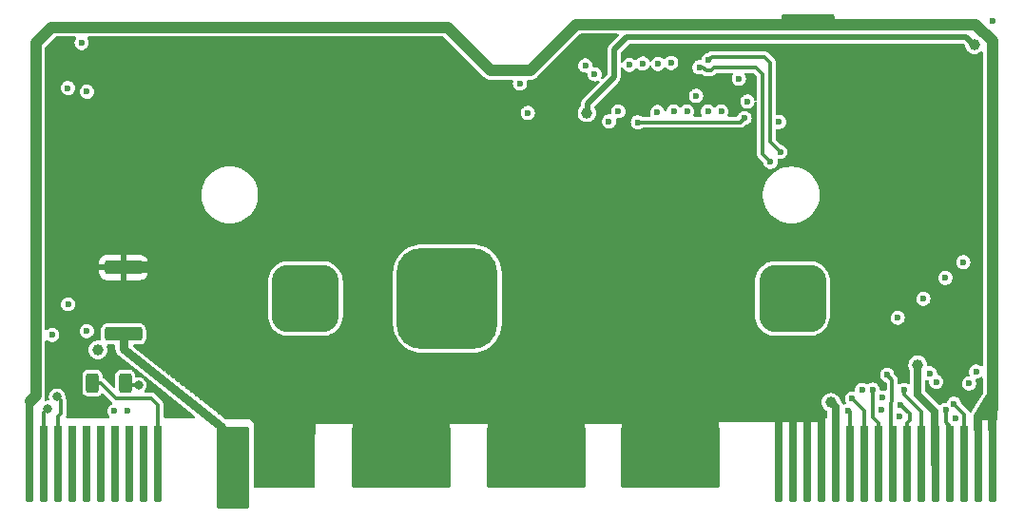
<source format=gbr>
%TF.GenerationSoftware,KiCad,Pcbnew,(6.0.10)*%
%TF.CreationDate,2023-02-27T01:31:51-05:00*%
%TF.ProjectId,vehicle side connector,76656869-636c-4652-9073-69646520636f,rev?*%
%TF.SameCoordinates,Original*%
%TF.FileFunction,Copper,L1,Top*%
%TF.FilePolarity,Positive*%
%FSLAX46Y46*%
G04 Gerber Fmt 4.6, Leading zero omitted, Abs format (unit mm)*
G04 Created by KiCad (PCBNEW (6.0.10)) date 2023-02-27 01:31:51*
%MOMM*%
%LPD*%
G01*
G04 APERTURE LIST*
G04 Aperture macros list*
%AMRoundRect*
0 Rectangle with rounded corners*
0 $1 Rounding radius*
0 $2 $3 $4 $5 $6 $7 $8 $9 X,Y pos of 4 corners*
0 Add a 4 corners polygon primitive as box body*
4,1,4,$2,$3,$4,$5,$6,$7,$8,$9,$2,$3,0*
0 Add four circle primitives for the rounded corners*
1,1,$1+$1,$2,$3*
1,1,$1+$1,$4,$5*
1,1,$1+$1,$6,$7*
1,1,$1+$1,$8,$9*
0 Add four rect primitives between the rounded corners*
20,1,$1+$1,$2,$3,$4,$5,0*
20,1,$1+$1,$4,$5,$6,$7,0*
20,1,$1+$1,$6,$7,$8,$9,0*
20,1,$1+$1,$8,$9,$2,$3,0*%
%AMOutline5P*
0 Free polygon, 5 corners , with rotation*
0 The origin of the aperture is its center*
0 number of corners: always 5*
0 $1 to $10 corner X, Y*
0 $11 Rotation angle, in degrees counterclockwise*
0 create outline with 5 corners*
4,1,5,$1,$2,$3,$4,$5,$6,$7,$8,$9,$10,$1,$2,$11*%
%AMOutline6P*
0 Free polygon, 6 corners , with rotation*
0 The origin of the aperture is its center*
0 number of corners: always 6*
0 $1 to $12 corner X, Y*
0 $13 Rotation angle, in degrees counterclockwise*
0 create outline with 6 corners*
4,1,6,$1,$2,$3,$4,$5,$6,$7,$8,$9,$10,$11,$12,$1,$2,$13*%
%AMOutline7P*
0 Free polygon, 7 corners , with rotation*
0 The origin of the aperture is its center*
0 number of corners: always 7*
0 $1 to $14 corner X, Y*
0 $15 Rotation angle, in degrees counterclockwise*
0 create outline with 7 corners*
4,1,7,$1,$2,$3,$4,$5,$6,$7,$8,$9,$10,$11,$12,$13,$14,$1,$2,$15*%
%AMOutline8P*
0 Free polygon, 8 corners , with rotation*
0 The origin of the aperture is its center*
0 number of corners: always 8*
0 $1 to $16 corner X, Y*
0 $17 Rotation angle, in degrees counterclockwise*
0 create outline with 8 corners*
4,1,8,$1,$2,$3,$4,$5,$6,$7,$8,$9,$10,$11,$12,$13,$14,$15,$16,$1,$2,$17*%
G04 Aperture macros list end*
%TA.AperFunction,SMDPad,CuDef*%
%ADD10Outline6P,-0.380000X3.350000X0.380000X3.350000X0.380000X-3.198000X0.228000X-3.350000X-0.228000X-3.350000X-0.380000X-3.198000X0.000000*%
%TD*%
%TA.AperFunction,SMDPad,CuDef*%
%ADD11RoundRect,0.250000X-0.312500X-0.625000X0.312500X-0.625000X0.312500X0.625000X-0.312500X0.625000X0*%
%TD*%
%TA.AperFunction,SMDPad,CuDef*%
%ADD12RoundRect,0.250000X-1.425000X0.362500X-1.425000X-0.362500X1.425000X-0.362500X1.425000X0.362500X0*%
%TD*%
%TA.AperFunction,SMDPad,CuDef*%
%ADD13Outline8P,-2.750000X2.612500X-2.612500X2.750000X2.612500X2.750000X2.750000X2.612500X2.750000X-2.612500X2.612500X-2.750000X-2.612500X-2.750000X-2.750000X-2.612500X0.000000*%
%TD*%
%TA.AperFunction,SMDPad,CuDef*%
%ADD14Outline8P,-1.409700X3.573015X-1.339215X3.643500X1.339215X3.643500X1.409700X3.573015X1.409700X-3.573015X1.339215X-3.643500X-1.339215X-3.643500X-1.409700X-3.573015X0.000000*%
%TD*%
%TA.AperFunction,SMDPad,CuDef*%
%ADD15Outline8P,-4.365000X2.612500X-4.227500X2.750000X4.227500X2.750000X4.365000X2.612500X4.365000X-2.612500X4.227500X-2.750000X-4.227500X-2.750000X-4.365000X-2.612500X0.000000*%
%TD*%
%TA.AperFunction,ComponentPad*%
%ADD16RoundRect,2.250000X2.250000X2.250000X-2.250000X2.250000X-2.250000X-2.250000X2.250000X-2.250000X0*%
%TD*%
%TA.AperFunction,ComponentPad*%
%ADD17C,9.000000*%
%TD*%
%TA.AperFunction,ComponentPad*%
%ADD18RoundRect,1.500000X1.500000X1.500000X-1.500000X1.500000X-1.500000X-1.500000X1.500000X-1.500000X0*%
%TD*%
%TA.AperFunction,ComponentPad*%
%ADD19C,6.000000*%
%TD*%
%TA.AperFunction,ViaPad*%
%ADD20C,0.600000*%
%TD*%
%TA.AperFunction,ViaPad*%
%ADD21C,0.800000*%
%TD*%
%TA.AperFunction,ViaPad*%
%ADD22C,1.000000*%
%TD*%
%TA.AperFunction,Conductor*%
%ADD23C,0.700000*%
%TD*%
%TA.AperFunction,Conductor*%
%ADD24C,1.000000*%
%TD*%
%TA.AperFunction,Conductor*%
%ADD25C,0.330200*%
%TD*%
%TA.AperFunction,Conductor*%
%ADD26C,0.500000*%
%TD*%
%TA.AperFunction,Conductor*%
%ADD27C,0.750000*%
%TD*%
G04 APERTURE END LIST*
D10*
%TO.P,J1,1,Pin_1*%
%TO.N,/V_BATT+*%
X174752000Y-112447000D03*
%TO.P,J1,2,Pin_2*%
X176022000Y-112447000D03*
%TO.P,J1,3,Pin_3*%
X177292000Y-112447000D03*
%TO.P,J1,4,Pin_4*%
X178562000Y-112447000D03*
%TO.P,J1,5,Pin_5*%
%TO.N,GND*%
X179832000Y-112447000D03*
%TO.P,J1,6,Pin_6*%
%TO.N,/S_BUS*%
X181102000Y-112447000D03*
%TO.P,J1,7,Pin_7*%
%TO.N,/UART_RX*%
X182372000Y-112447000D03*
%TO.P,J1,8,Pin_8*%
%TO.N,/UART_TX*%
X183642000Y-112447000D03*
%TO.P,J1,9,Pin_9*%
%TO.N,/CAPTURE*%
X184912000Y-112447000D03*
%TO.P,J1,10,Pin_10*%
%TO.N,/USB D-*%
X186182000Y-112447000D03*
%TO.P,J1,11,Pin_11*%
%TO.N,/USB D+*%
X187452000Y-112447000D03*
%TO.P,J1,12,Pin_12*%
%TO.N,GND*%
X188722000Y-112447000D03*
%TO.P,J1,13,Pin_13*%
%TO.N,/CAN+*%
X189992000Y-112447000D03*
%TO.P,J1,14,Pin_14*%
%TO.N,/CAN-*%
X191262000Y-112447000D03*
%TO.P,J1,15,Pin_15*%
%TO.N,/5V*%
X192532000Y-112447000D03*
%TO.P,J1,16,Pin_16*%
X193802000Y-112447000D03*
%TD*%
D11*
%TO.P,R1,1*%
%TO.N,/Detect_OUT*%
X113671500Y-105201000D03*
%TO.P,R1,2*%
%TO.N,/Detect_IN*%
X116596500Y-105201000D03*
%TD*%
D12*
%TO.P,R2,1*%
%TO.N,/V_BATT+*%
X116440000Y-94907500D03*
%TO.P,R2,2*%
%TO.N,Net-(J2-Pad1a)*%
X116440000Y-100832500D03*
%TD*%
D10*
%TO.P,J4,1,Pin_1*%
%TO.N,/5V*%
X108077000Y-112447000D03*
%TO.P,J4,2,Pin_2*%
%TO.N,/CAN-*%
X109347000Y-112447000D03*
%TO.P,J4,3,Pin_3*%
%TO.N,/CAN+*%
X110617000Y-112447000D03*
%TO.P,J4,4,Pin_4*%
%TO.N,/C_1*%
X111887000Y-112447000D03*
%TO.P,J4,5,Pin_5*%
%TO.N,/C_3*%
X113157000Y-112447000D03*
%TO.P,J4,6,Pin_6*%
%TO.N,/C_5*%
X114427000Y-112447000D03*
%TO.P,J4,7,Pin_7*%
%TO.N,/C_7*%
X115697000Y-112447000D03*
%TO.P,J4,8,Pin_8*%
%TO.N,/C_9*%
X116967000Y-112447000D03*
%TO.P,J4,9,Pin_9*%
%TO.N,/C_11*%
X118237000Y-112447000D03*
%TO.P,J4,10,Pin_10*%
%TO.N,/Detect_OUT*%
X119507000Y-112447000D03*
%TD*%
D13*
%TO.P,J2,1,Pin_1*%
%TO.N,/V_BATT+*%
X130790000Y-111852750D03*
D14*
%TO.P,J2,1a,Pin_1*%
%TO.N,Net-(J2-Pad1a)*%
X126225300Y-112740500D03*
D15*
%TO.P,J2,3,Pin_3*%
%TO.N,/V_BATT+*%
X141159000Y-111852750D03*
%TO.P,J2,5,Pin_5*%
X153159000Y-111852750D03*
%TO.P,J2,7,Pin_7*%
X165159000Y-111852750D03*
%TD*%
D16*
%TO.P,J6,1,Pin_1*%
%TO.N,GND*%
X145284666Y-97670000D03*
D17*
%TO.P,J6,2,Pin_2*%
%TO.N,/V_BATT+*%
X156184666Y-97670000D03*
%TD*%
D18*
%TO.P,J5,1,Pin_1*%
%TO.N,GND*%
X132647332Y-97670000D03*
D19*
%TO.P,J5,2,Pin_2*%
%TO.N,/V_BATT+*%
X125447332Y-97670000D03*
%TD*%
D18*
%TO.P,J7,1,Pin_1*%
%TO.N,GND*%
X176022000Y-97670000D03*
D19*
%TO.P,J7,2,Pin_2*%
%TO.N,/V_BATT+*%
X168822000Y-97670000D03*
%TD*%
D20*
%TO.N,/CAPTURE*%
X163980000Y-81060000D03*
D21*
%TO.N,/V_BATT+*%
X152973932Y-100014141D03*
X160014226Y-96426932D03*
X152405774Y-98899068D03*
X158561141Y-94426932D03*
X158561141Y-100899068D03*
X160014226Y-98899068D03*
X156210000Y-93663000D03*
X156210000Y-101663000D03*
X160210000Y-97663000D03*
X159446068Y-100014141D03*
X152405774Y-96426932D03*
X154973932Y-101467226D03*
X157446068Y-101467226D03*
X159446068Y-95311859D03*
X153858859Y-94426932D03*
X157446068Y-93858774D03*
X152973932Y-95311859D03*
X152210000Y-97663000D03*
X153858859Y-100899068D03*
X154973932Y-93858774D03*
D20*
%TO.N,GND*%
X113175600Y-100569000D03*
D22*
X114166200Y-102245400D03*
D20*
X112718400Y-74915000D03*
D21*
X149266068Y-97713141D03*
X141461842Y-98949209D03*
X141266068Y-97713141D03*
X145266068Y-101713141D03*
D20*
X191229800Y-94422200D03*
X193846000Y-72933800D03*
X167430000Y-79614000D03*
D22*
X187165800Y-103566200D03*
D20*
X187673800Y-97698800D03*
D21*
X141461842Y-96477073D03*
D22*
X179444200Y-106919000D03*
D20*
X171240000Y-78090000D03*
D21*
X147617209Y-100949209D03*
D20*
X190544000Y-108316000D03*
D21*
X144030000Y-93908915D03*
D20*
X152444000Y-81138000D03*
D21*
X146502136Y-93908915D03*
D20*
X111524600Y-98181400D03*
X113175600Y-79258400D03*
X174821400Y-81950800D03*
X185387800Y-99375200D03*
D21*
X142914927Y-94477073D03*
X142030000Y-95362000D03*
D20*
X172002000Y-80122000D03*
D21*
X144030000Y-101517367D03*
X142914927Y-100949209D03*
X148502136Y-100064282D03*
D20*
X110102200Y-100924600D03*
D21*
X149070294Y-96477073D03*
D20*
X151758200Y-78521800D03*
D21*
X142030000Y-100064282D03*
X146502136Y-101517367D03*
D20*
X111499200Y-78928200D03*
D21*
X149070294Y-98949209D03*
X147617209Y-94477073D03*
X148502136Y-95362000D03*
X145266068Y-93713141D03*
D20*
X189629600Y-95844600D03*
%TO.N,/GPS_PPS*%
X168547600Y-76439000D03*
X183952700Y-107566700D03*
X174923000Y-84617800D03*
%TO.N,/CAPTURE*%
X184448000Y-104480600D03*
%TO.N,/I2C_SCL*%
X115639400Y-107706400D03*
X184041600Y-106487200D03*
X161511800Y-76870800D03*
%TO.N,/I2C_SDA*%
X162680200Y-76743800D03*
X182212800Y-105801400D03*
X116833200Y-107655600D03*
D21*
%TO.N,/5V*%
X179114000Y-73264000D03*
X175558000Y-73264000D03*
X176701000Y-73264000D03*
X177844000Y-73264000D03*
D22*
%TO.N,/USB_VBUS*%
X192195000Y-75067400D03*
X157727200Y-81138000D03*
D20*
%TO.N,/TRIG*%
X185556791Y-108186609D03*
X162248400Y-81976200D03*
X171748000Y-81595200D03*
%TO.N,/UART_TX*%
X164057600Y-76775000D03*
X183152600Y-105776000D03*
%TO.N,/UART_RX*%
X165220200Y-76693000D03*
X181323800Y-106588800D03*
%TO.N,/S_BUS*%
X174059400Y-85506800D03*
X180993600Y-107630200D03*
X167738259Y-77075396D03*
D21*
%TO.N,/Detect_IN*%
X117773000Y-105395000D03*
D20*
%TO.N,/ETH_TX+*%
X169671500Y-81011000D03*
X188254900Y-104349514D03*
%TO.N,/ETH_TX-*%
X168490500Y-81011000D03*
X188816800Y-105090200D03*
%TO.N,/ETH_RX+*%
X166623500Y-81011000D03*
X191737200Y-105242600D03*
%TO.N,/ETH_RX-*%
X192372800Y-104175800D03*
X165442500Y-81011000D03*
%TO.N,/USB D+*%
X160506947Y-80999853D03*
X185939200Y-105813867D03*
%TO.N,/USB D-*%
X185667200Y-107173000D03*
X159671853Y-81894653D03*
D21*
%TO.N,/CAN+*%
X110524232Y-106420768D03*
D20*
X189655000Y-107604800D03*
X158403232Y-77699232D03*
%TO.N,/CAN-*%
X157580780Y-76922488D03*
D21*
X109695800Y-107503200D03*
D20*
X190398671Y-107035699D03*
%TD*%
D23*
%TO.N,/V_BATT+*%
X177292000Y-112447000D02*
X177292000Y-108062000D01*
X174752000Y-108309200D02*
X174973800Y-108087400D01*
X174973800Y-108087400D02*
X178019347Y-108087400D01*
D24*
X121509500Y-94907500D02*
X124272000Y-97670000D01*
D23*
X174752000Y-112447000D02*
X174752000Y-108309200D01*
X178019347Y-108087400D02*
X178562000Y-108630053D01*
D24*
X124272000Y-97670000D02*
X125447332Y-97670000D01*
D23*
X176022000Y-112447000D02*
X176022000Y-108112800D01*
D24*
X116440000Y-94907500D02*
X121509500Y-94907500D01*
D23*
X178562000Y-108630053D02*
X178562000Y-112447000D01*
%TO.N,GND*%
X188722000Y-112447000D02*
X188675300Y-112400300D01*
X179832000Y-107306800D02*
X179444200Y-106919000D01*
X188675300Y-112400300D02*
X188675300Y-107767477D01*
X179832000Y-112447000D02*
X179832000Y-107306800D01*
X187165800Y-106257977D02*
X187165800Y-103566200D01*
X188675300Y-107767477D02*
X187165800Y-106257977D01*
D25*
%TO.N,/GPS_PPS*%
X174026600Y-83721400D02*
X174026600Y-76660200D01*
X174923000Y-84617800D02*
X174026600Y-83721400D01*
X168827000Y-76159600D02*
X168547600Y-76439000D01*
X174026600Y-76660200D02*
X173526000Y-76159600D01*
X173526000Y-76159600D02*
X168827000Y-76159600D01*
%TO.N,/CAPTURE*%
X184912000Y-112447000D02*
X184752800Y-112287800D01*
X184752800Y-112287800D02*
X184752800Y-106963383D01*
X184905200Y-104937800D02*
X184448000Y-104480600D01*
X184752800Y-106963383D02*
X184905200Y-106810983D01*
X184905200Y-106810983D02*
X184905200Y-104937800D01*
D24*
%TO.N,/5V*%
X156762000Y-73264000D02*
X152666000Y-77360000D01*
D23*
X108077000Y-112447000D02*
X108077000Y-106844000D01*
D24*
X108629000Y-74915000D02*
X108629000Y-106292000D01*
X152666000Y-77360000D02*
X149174000Y-77360000D01*
D23*
X108077000Y-106844000D02*
X108121000Y-106800000D01*
D24*
X188893000Y-73264000D02*
X192322000Y-73264000D01*
X175558000Y-73264000D02*
X156762000Y-73264000D01*
X110026000Y-73518000D02*
X108629000Y-74915000D01*
X179114000Y-73264000D02*
X184143200Y-73264000D01*
X108629000Y-106292000D02*
X108121000Y-106800000D01*
X149174000Y-77360000D02*
X145332000Y-73518000D01*
X145332000Y-73518000D02*
X110026000Y-73518000D01*
X192322000Y-73264000D02*
X193802000Y-74744000D01*
X193802000Y-74744000D02*
X193802000Y-107471000D01*
D23*
X193802000Y-107637000D02*
X193719000Y-107554000D01*
D24*
X184143200Y-73264000D02*
X188893000Y-73264000D01*
D26*
%TO.N,/USB_VBUS*%
X191483800Y-74381600D02*
X192169600Y-75067400D01*
X160114800Y-77988400D02*
X160114800Y-75524600D01*
X157778000Y-81087200D02*
X157778000Y-80325200D01*
X157727200Y-81138000D02*
X157778000Y-81087200D01*
X160114800Y-75524600D02*
X161257800Y-74381600D01*
X157778000Y-80325200D02*
X160114800Y-77988400D01*
X192169600Y-75067400D02*
X192195000Y-75067400D01*
X161257800Y-74381600D02*
X191483800Y-74381600D01*
D25*
%TO.N,/TRIG*%
X171748000Y-81595200D02*
X171367000Y-81976200D01*
X171367000Y-81976200D02*
X162248400Y-81976200D01*
%TO.N,/UART_TX*%
X183642000Y-112447000D02*
X183642000Y-108754600D01*
X183642000Y-108754600D02*
X183152600Y-108265200D01*
X183152600Y-108265200D02*
X183152600Y-105776000D01*
%TO.N,/UART_RX*%
X182372000Y-107637000D02*
X181323800Y-106588800D01*
X182372000Y-112447000D02*
X182372000Y-107637000D01*
%TO.N,/S_BUS*%
X167738259Y-77075396D02*
X168040996Y-77075396D01*
X173366699Y-84814099D02*
X174059400Y-85506800D01*
X168319000Y-77353400D02*
X168776200Y-77353400D01*
X169055600Y-77074000D02*
X172738600Y-77074000D01*
X168040996Y-77075396D02*
X168319000Y-77353400D01*
X181102000Y-107738600D02*
X180993600Y-107630200D01*
X168776200Y-77353400D02*
X169055600Y-77074000D01*
X173366699Y-77702099D02*
X173366699Y-84814099D01*
X181102000Y-112447000D02*
X181102000Y-107738600D01*
X172738600Y-77074000D02*
X173366699Y-77702099D01*
D27*
%TO.N,Net-(J2-Pad1a)*%
X116452200Y-102194600D02*
X116503000Y-102220000D01*
X116503000Y-102220000D02*
X116440000Y-102157000D01*
X116440000Y-102157000D02*
X116440000Y-100832500D01*
X125139000Y-109078000D02*
X116452200Y-102194600D01*
X126225300Y-112740500D02*
X125139000Y-109078000D01*
D25*
%TO.N,/Detect_OUT*%
X115774300Y-106571300D02*
X117217713Y-106571300D01*
X117217713Y-106571300D02*
X117251013Y-106538000D01*
X118916000Y-106538000D02*
X119507000Y-107129000D01*
X114404000Y-105201000D02*
X115774300Y-106571300D01*
X119507000Y-107129000D02*
X119507000Y-112447000D01*
X117251013Y-106538000D02*
X118916000Y-106538000D01*
X113671500Y-105201000D02*
X114404000Y-105201000D01*
%TO.N,/Detect_IN*%
X117773000Y-105395000D02*
X116790500Y-105395000D01*
X116790500Y-105395000D02*
X116596500Y-105201000D01*
%TO.N,/USB D+*%
X187452000Y-112447000D02*
X187452000Y-107764000D01*
X187452000Y-107764000D02*
X185939200Y-106251200D01*
X185939200Y-106251200D02*
X185939200Y-105813867D01*
%TO.N,/USB D-*%
X186182000Y-108766400D02*
X186454600Y-108493800D01*
X186182000Y-112447000D02*
X186182000Y-108766400D01*
X186454600Y-107960400D02*
X185667200Y-107173000D01*
X186454600Y-108493800D02*
X186454600Y-107960400D01*
%TO.N,/CAN+*%
X110524232Y-106420768D02*
X110864200Y-106760736D01*
X189655000Y-108697000D02*
X189655000Y-107604800D01*
X110864200Y-106760736D02*
X110864200Y-107960400D01*
X189992000Y-112447000D02*
X189992000Y-109122000D01*
X110617000Y-108207600D02*
X110617000Y-112447000D01*
X110864200Y-107960400D02*
X110617000Y-108207600D01*
X189992000Y-109122000D02*
X190036000Y-109078000D01*
X190036000Y-109078000D02*
X189655000Y-108697000D01*
%TO.N,/CAN-*%
X191338800Y-107975828D02*
X190398671Y-107035699D01*
X109347000Y-112447000D02*
X109347000Y-107852000D01*
X109347000Y-107852000D02*
X109695800Y-107503200D01*
X191262000Y-112447000D02*
X191338800Y-112370200D01*
X191338800Y-112370200D02*
X191338800Y-107975828D01*
%TD*%
%TA.AperFunction,Conductor*%
%TO.N,/5V*%
G36*
X179691121Y-72390077D02*
G01*
X179737614Y-72443733D01*
X179749000Y-72496075D01*
X179749000Y-73646000D01*
X179728998Y-73714121D01*
X179675342Y-73760614D01*
X179623000Y-73772000D01*
X175176000Y-73772000D01*
X175107879Y-73751998D01*
X175061386Y-73698342D01*
X175050000Y-73646000D01*
X175050000Y-72496075D01*
X175070002Y-72427954D01*
X175123658Y-72381461D01*
X175176000Y-72370075D01*
X179623000Y-72370075D01*
X179691121Y-72390077D01*
G37*
%TD.AperFunction*%
%TD*%
%TA.AperFunction,Conductor*%
%TO.N,/5V*%
G36*
X192906200Y-109333000D02*
G01*
X192886198Y-109401121D01*
X192832542Y-109447614D01*
X192780200Y-109459000D01*
X192295600Y-109459000D01*
X192227479Y-109438998D01*
X192180986Y-109385342D01*
X192169600Y-109333000D01*
X192169600Y-108147305D01*
X192179049Y-108112800D01*
X192906200Y-108112800D01*
X192906200Y-109333000D01*
G37*
%TD.AperFunction*%
%TD*%
%TA.AperFunction,Conductor*%
%TO.N,/5V*%
G36*
X194245321Y-106202402D02*
G01*
X194291814Y-106256058D01*
X194303200Y-106308400D01*
X194303200Y-108393200D01*
X194283198Y-108461321D01*
X194229542Y-108507814D01*
X194177200Y-108519200D01*
X192169600Y-108519200D01*
X192169600Y-108147305D01*
X192187180Y-108083109D01*
X193276006Y-106244204D01*
X193327924Y-106195779D01*
X193384426Y-106182400D01*
X194177200Y-106182400D01*
X194245321Y-106202402D01*
G37*
%TD.AperFunction*%
%TD*%
%TA.AperFunction,Conductor*%
%TO.N,/5V*%
G36*
X194176200Y-109333000D02*
G01*
X194156198Y-109401121D01*
X194102542Y-109447614D01*
X194050200Y-109459000D01*
X193565600Y-109459000D01*
X193497479Y-109438998D01*
X193450986Y-109385342D01*
X193439600Y-109333000D01*
X193439600Y-108112800D01*
X194176200Y-108112800D01*
X194176200Y-109333000D01*
G37*
%TD.AperFunction*%
%TD*%
%TA.AperFunction,Conductor*%
%TO.N,/V_BATT+*%
G36*
X160487397Y-74114702D02*
G01*
X160533890Y-74168358D01*
X160543994Y-74238632D01*
X160514500Y-74303212D01*
X160508371Y-74309795D01*
X159736936Y-75081230D01*
X159724545Y-75092097D01*
X159700640Y-75110440D01*
X159607559Y-75231745D01*
X159604399Y-75239374D01*
X159601098Y-75247343D01*
X159583987Y-75288654D01*
X159549047Y-75373006D01*
X159529089Y-75524600D01*
X159530167Y-75532788D01*
X159533022Y-75554475D01*
X159534100Y-75570921D01*
X159534100Y-77695676D01*
X159514098Y-77763797D01*
X159497195Y-77784771D01*
X159183062Y-78098904D01*
X159120750Y-78132930D01*
X159049935Y-78127865D01*
X158993099Y-78085318D01*
X158968288Y-78018798D01*
X158977060Y-77962813D01*
X159014082Y-77870718D01*
X159014082Y-77870717D01*
X159016916Y-77863668D01*
X159038425Y-77712537D01*
X159038564Y-77699232D01*
X159034646Y-77666849D01*
X159027367Y-77606705D01*
X159020225Y-77547684D01*
X158966265Y-77404885D01*
X158961966Y-77398630D01*
X158961964Y-77398626D01*
X158884104Y-77285338D01*
X158884102Y-77285336D01*
X158879802Y-77279079D01*
X158765825Y-77177530D01*
X158759113Y-77173976D01*
X158759110Y-77173974D01*
X158637630Y-77109653D01*
X158637627Y-77109652D01*
X158630915Y-77106098D01*
X158623549Y-77104248D01*
X158623547Y-77104247D01*
X158490231Y-77070761D01*
X158490228Y-77070761D01*
X158482860Y-77068910D01*
X158475260Y-77068870D01*
X158475259Y-77068870D01*
X158340921Y-77068166D01*
X158272906Y-77047807D01*
X158226695Y-76993909D01*
X158216504Y-76935799D01*
X158215973Y-76935793D01*
X158216003Y-76932942D01*
X158216003Y-76932941D01*
X158216112Y-76922488D01*
X158214388Y-76908236D01*
X158207196Y-76848808D01*
X158197773Y-76770940D01*
X158143813Y-76628141D01*
X158139514Y-76621886D01*
X158139512Y-76621882D01*
X158061652Y-76508594D01*
X158061650Y-76508592D01*
X158057350Y-76502335D01*
X158033015Y-76480653D01*
X158019182Y-76468329D01*
X157943373Y-76400786D01*
X157936661Y-76397232D01*
X157936658Y-76397230D01*
X157815178Y-76332909D01*
X157815175Y-76332908D01*
X157808463Y-76329354D01*
X157801097Y-76327504D01*
X157801095Y-76327503D01*
X157667779Y-76294017D01*
X157667776Y-76294017D01*
X157660408Y-76292166D01*
X157652808Y-76292126D01*
X157652807Y-76292126D01*
X157585154Y-76291772D01*
X157507757Y-76291366D01*
X157500370Y-76293140D01*
X157500366Y-76293140D01*
X157373299Y-76323647D01*
X157359321Y-76327003D01*
X157223670Y-76397017D01*
X157217950Y-76402007D01*
X157217947Y-76402009D01*
X157114361Y-76492373D01*
X157114358Y-76492376D01*
X157108636Y-76497368D01*
X157077653Y-76541452D01*
X157041951Y-76592252D01*
X157020860Y-76622261D01*
X156994876Y-76688906D01*
X156971307Y-76749358D01*
X156965408Y-76764487D01*
X156964416Y-76772020D01*
X156964416Y-76772021D01*
X156952101Y-76865567D01*
X156945483Y-76915835D01*
X156962234Y-77067567D01*
X157014695Y-77210923D01*
X157018932Y-77217229D01*
X157018934Y-77217232D01*
X157025906Y-77227607D01*
X157099837Y-77337627D01*
X157212744Y-77440365D01*
X157219417Y-77443988D01*
X157219421Y-77443991D01*
X157340222Y-77509580D01*
X157340224Y-77509581D01*
X157346899Y-77513205D01*
X157354248Y-77515133D01*
X157487206Y-77550014D01*
X157487208Y-77550014D01*
X157494556Y-77551942D01*
X157597499Y-77553559D01*
X157644949Y-77554305D01*
X157712747Y-77575374D01*
X157758391Y-77629754D01*
X157768962Y-77681606D01*
X157768926Y-77685052D01*
X157767935Y-77692579D01*
X157768768Y-77700125D01*
X157768768Y-77700128D01*
X157775797Y-77763797D01*
X157784686Y-77844311D01*
X157837147Y-77987667D01*
X157841384Y-77993973D01*
X157841386Y-77993976D01*
X157880347Y-78051955D01*
X157922289Y-78114371D01*
X158035196Y-78217109D01*
X158041869Y-78220732D01*
X158041873Y-78220735D01*
X158162674Y-78286324D01*
X158162676Y-78286325D01*
X158169351Y-78289949D01*
X158176700Y-78291877D01*
X158309658Y-78326758D01*
X158309660Y-78326758D01*
X158317008Y-78328686D01*
X158398917Y-78329973D01*
X158462045Y-78330965D01*
X158462048Y-78330965D01*
X158469642Y-78331084D01*
X158618443Y-78297004D01*
X158656970Y-78277627D01*
X158726814Y-78264889D01*
X158792458Y-78291933D01*
X158833060Y-78350174D01*
X158835729Y-78421120D01*
X158802679Y-78479287D01*
X157400136Y-79881830D01*
X157387745Y-79892697D01*
X157363840Y-79911040D01*
X157270759Y-80032345D01*
X157244426Y-80095919D01*
X157212247Y-80173606D01*
X157192289Y-80325200D01*
X157193367Y-80333388D01*
X157196222Y-80355075D01*
X157197300Y-80371521D01*
X157197300Y-80436685D01*
X157177298Y-80504806D01*
X157164942Y-80520989D01*
X157051448Y-80647037D01*
X157048149Y-80652750D01*
X157048146Y-80652755D01*
X156969327Y-80789273D01*
X156964137Y-80798263D01*
X156910177Y-80964336D01*
X156909487Y-80970899D01*
X156909487Y-80970900D01*
X156904839Y-81015121D01*
X156891924Y-81138000D01*
X156892614Y-81144565D01*
X156908657Y-81297198D01*
X156910177Y-81311664D01*
X156912217Y-81317942D01*
X156912217Y-81317943D01*
X156928866Y-81369182D01*
X156964137Y-81477737D01*
X156967440Y-81483458D01*
X156967441Y-81483460D01*
X157048146Y-81623245D01*
X157048149Y-81623250D01*
X157051448Y-81628963D01*
X157055866Y-81633870D01*
X157055867Y-81633871D01*
X157115579Y-81700188D01*
X157168291Y-81758731D01*
X157173633Y-81762612D01*
X157173635Y-81762614D01*
X157304220Y-81857489D01*
X157309562Y-81861370D01*
X157315590Y-81864054D01*
X157315592Y-81864055D01*
X157463055Y-81929710D01*
X157469086Y-81932395D01*
X157536415Y-81946706D01*
X157633433Y-81967328D01*
X157633437Y-81967328D01*
X157639890Y-81968700D01*
X157814510Y-81968700D01*
X157820963Y-81967328D01*
X157820967Y-81967328D01*
X157917985Y-81946706D01*
X157985314Y-81932395D01*
X157991345Y-81929710D01*
X158085027Y-81888000D01*
X159036556Y-81888000D01*
X159053307Y-82039732D01*
X159105768Y-82183088D01*
X159110005Y-82189394D01*
X159110007Y-82189397D01*
X159129293Y-82218097D01*
X159190910Y-82309792D01*
X159303817Y-82412530D01*
X159310490Y-82416153D01*
X159310494Y-82416156D01*
X159431295Y-82481745D01*
X159431297Y-82481746D01*
X159437972Y-82485370D01*
X159445321Y-82487298D01*
X159578279Y-82522179D01*
X159578281Y-82522179D01*
X159585629Y-82524107D01*
X159667538Y-82525394D01*
X159730666Y-82526386D01*
X159730669Y-82526386D01*
X159738263Y-82526505D01*
X159887064Y-82492425D01*
X160023440Y-82423835D01*
X160029212Y-82418906D01*
X160029214Y-82418904D01*
X160133743Y-82329628D01*
X160133747Y-82329624D01*
X160139519Y-82324694D01*
X160228599Y-82200727D01*
X160285537Y-82059089D01*
X160307046Y-81907958D01*
X160307185Y-81894653D01*
X160303483Y-81864055D01*
X160292127Y-81770218D01*
X160303800Y-81700188D01*
X160351482Y-81647586D01*
X160420009Y-81629120D01*
X160420723Y-81629307D01*
X160484009Y-81630301D01*
X160565760Y-81631586D01*
X160565763Y-81631586D01*
X160573357Y-81631705D01*
X160722158Y-81597625D01*
X160858534Y-81529035D01*
X160864306Y-81524106D01*
X160864308Y-81524104D01*
X160968837Y-81434828D01*
X160968841Y-81434824D01*
X160974613Y-81429894D01*
X161063693Y-81305927D01*
X161120631Y-81164289D01*
X161142140Y-81013158D01*
X161142279Y-80999853D01*
X161141743Y-80995417D01*
X161130755Y-80904620D01*
X161123940Y-80848305D01*
X161069980Y-80705506D01*
X161065681Y-80699251D01*
X161065679Y-80699247D01*
X160987819Y-80585959D01*
X160987817Y-80585957D01*
X160983517Y-80579700D01*
X160869540Y-80478151D01*
X160862828Y-80474597D01*
X160862825Y-80474595D01*
X160741345Y-80410274D01*
X160741342Y-80410273D01*
X160734630Y-80406719D01*
X160727264Y-80404869D01*
X160727262Y-80404868D01*
X160593946Y-80371382D01*
X160593943Y-80371382D01*
X160586575Y-80369531D01*
X160578975Y-80369491D01*
X160578974Y-80369491D01*
X160511321Y-80369137D01*
X160433924Y-80368731D01*
X160426537Y-80370505D01*
X160426533Y-80370505D01*
X160292877Y-80402594D01*
X160285488Y-80404368D01*
X160149837Y-80474382D01*
X160144117Y-80479372D01*
X160144114Y-80479374D01*
X160040528Y-80569738D01*
X160040525Y-80569741D01*
X160034803Y-80574733D01*
X159947027Y-80699626D01*
X159921284Y-80765653D01*
X159895784Y-80831057D01*
X159891575Y-80841852D01*
X159890583Y-80849385D01*
X159890583Y-80849386D01*
X159873388Y-80979999D01*
X159871650Y-80993200D01*
X159880515Y-81073498D01*
X159886270Y-81125630D01*
X159873864Y-81195534D01*
X159825634Y-81247634D01*
X159756893Y-81265388D01*
X159755133Y-81265248D01*
X159751481Y-81264331D01*
X159743881Y-81264291D01*
X159743880Y-81264291D01*
X159676227Y-81263937D01*
X159598830Y-81263531D01*
X159591443Y-81265305D01*
X159591439Y-81265305D01*
X159467867Y-81294973D01*
X159450394Y-81299168D01*
X159314743Y-81369182D01*
X159309023Y-81374172D01*
X159309020Y-81374174D01*
X159205434Y-81464538D01*
X159205431Y-81464541D01*
X159199709Y-81469533D01*
X159193943Y-81477737D01*
X159130477Y-81568041D01*
X159111933Y-81594426D01*
X159096554Y-81633871D01*
X159059575Y-81728717D01*
X159056481Y-81736652D01*
X159055489Y-81744185D01*
X159055489Y-81744186D01*
X159040062Y-81861370D01*
X159036556Y-81888000D01*
X158085027Y-81888000D01*
X158138808Y-81864055D01*
X158138810Y-81864054D01*
X158144838Y-81861370D01*
X158150180Y-81857489D01*
X158280765Y-81762614D01*
X158280767Y-81762612D01*
X158286109Y-81758731D01*
X158338821Y-81700188D01*
X158398533Y-81633871D01*
X158398534Y-81633870D01*
X158402952Y-81628963D01*
X158406251Y-81623250D01*
X158406254Y-81623245D01*
X158486959Y-81483460D01*
X158486960Y-81483458D01*
X158490263Y-81477737D01*
X158525534Y-81369182D01*
X158542183Y-81317943D01*
X158542183Y-81317942D01*
X158544223Y-81311664D01*
X158545744Y-81297198D01*
X158561786Y-81144565D01*
X158562476Y-81138000D01*
X158549561Y-81015121D01*
X158544913Y-80970900D01*
X158544913Y-80970899D01*
X158544223Y-80964336D01*
X158490263Y-80798263D01*
X158475537Y-80772756D01*
X158405337Y-80651168D01*
X158388599Y-80582173D01*
X158411819Y-80515081D01*
X158425361Y-80499073D01*
X159317087Y-79607347D01*
X166794703Y-79607347D01*
X166811454Y-79759079D01*
X166863915Y-79902435D01*
X166868152Y-79908741D01*
X166868154Y-79908744D01*
X166907115Y-79966723D01*
X166949057Y-80029139D01*
X167061964Y-80131877D01*
X167068637Y-80135500D01*
X167068641Y-80135503D01*
X167189442Y-80201092D01*
X167189444Y-80201093D01*
X167196119Y-80204717D01*
X167203468Y-80206645D01*
X167336426Y-80241526D01*
X167336428Y-80241526D01*
X167343776Y-80243454D01*
X167425685Y-80244741D01*
X167488813Y-80245733D01*
X167488816Y-80245733D01*
X167496410Y-80245852D01*
X167645211Y-80211772D01*
X167781587Y-80143182D01*
X167787359Y-80138253D01*
X167787361Y-80138251D01*
X167891890Y-80048975D01*
X167891894Y-80048971D01*
X167897666Y-80044041D01*
X167986746Y-79920074D01*
X168043684Y-79778436D01*
X168065193Y-79627305D01*
X168065332Y-79614000D01*
X168064286Y-79605352D01*
X168053387Y-79515292D01*
X168046993Y-79462452D01*
X167993033Y-79319653D01*
X167988734Y-79313398D01*
X167988732Y-79313394D01*
X167910872Y-79200106D01*
X167910870Y-79200104D01*
X167906570Y-79193847D01*
X167792593Y-79092298D01*
X167785881Y-79088744D01*
X167785878Y-79088742D01*
X167664398Y-79024421D01*
X167664395Y-79024420D01*
X167657683Y-79020866D01*
X167650317Y-79019016D01*
X167650315Y-79019015D01*
X167516999Y-78985529D01*
X167516996Y-78985529D01*
X167509628Y-78983678D01*
X167502028Y-78983638D01*
X167502027Y-78983638D01*
X167434374Y-78983284D01*
X167356977Y-78982878D01*
X167349590Y-78984652D01*
X167349586Y-78984652D01*
X167215930Y-79016741D01*
X167208541Y-79018515D01*
X167072890Y-79088529D01*
X167067170Y-79093519D01*
X167067167Y-79093521D01*
X166963581Y-79183885D01*
X166963578Y-79183888D01*
X166957856Y-79188880D01*
X166930910Y-79227221D01*
X166896778Y-79275786D01*
X166870080Y-79313773D01*
X166814628Y-79455999D01*
X166813636Y-79463532D01*
X166813636Y-79463533D01*
X166796586Y-79593046D01*
X166794703Y-79607347D01*
X159317087Y-79607347D01*
X160492664Y-78431770D01*
X160505055Y-78420903D01*
X160522407Y-78407588D01*
X160528960Y-78402560D01*
X160558703Y-78363799D01*
X160609286Y-78297878D01*
X160609957Y-78297004D01*
X160617012Y-78287810D01*
X160617014Y-78287806D01*
X160622041Y-78281255D01*
X160672645Y-78159086D01*
X160680553Y-78139994D01*
X160700511Y-77988400D01*
X160696578Y-77958525D01*
X160695500Y-77942079D01*
X160695500Y-77186444D01*
X160715502Y-77118323D01*
X160769158Y-77071830D01*
X160839432Y-77061726D01*
X160904012Y-77091220D01*
X160939825Y-77143142D01*
X160943101Y-77152094D01*
X160943104Y-77152099D01*
X160945715Y-77159235D01*
X160949952Y-77165541D01*
X160949954Y-77165544D01*
X160976981Y-77205763D01*
X161030857Y-77285939D01*
X161143764Y-77388677D01*
X161150437Y-77392300D01*
X161150441Y-77392303D01*
X161271242Y-77457892D01*
X161271244Y-77457893D01*
X161277919Y-77461517D01*
X161285268Y-77463445D01*
X161418226Y-77498326D01*
X161418228Y-77498326D01*
X161425576Y-77500254D01*
X161507485Y-77501541D01*
X161570613Y-77502533D01*
X161570616Y-77502533D01*
X161578210Y-77502652D01*
X161727011Y-77468572D01*
X161863387Y-77399982D01*
X161869159Y-77395053D01*
X161869161Y-77395051D01*
X161973690Y-77305775D01*
X161973694Y-77305771D01*
X161979466Y-77300841D01*
X162045492Y-77208957D01*
X162101487Y-77165310D01*
X162172190Y-77158864D01*
X162232612Y-77189290D01*
X162312164Y-77261677D01*
X162318837Y-77265300D01*
X162318841Y-77265303D01*
X162439642Y-77330892D01*
X162439644Y-77330893D01*
X162446319Y-77334517D01*
X162453668Y-77336445D01*
X162586626Y-77371326D01*
X162586628Y-77371326D01*
X162593976Y-77373254D01*
X162675885Y-77374541D01*
X162739013Y-77375533D01*
X162739016Y-77375533D01*
X162746610Y-77375652D01*
X162895411Y-77341572D01*
X163031787Y-77272982D01*
X163037559Y-77268053D01*
X163037561Y-77268051D01*
X163142090Y-77178775D01*
X163142094Y-77178771D01*
X163147866Y-77173841D01*
X163236946Y-77049874D01*
X163245179Y-77029394D01*
X163289146Y-76973651D01*
X163356271Y-76950527D01*
X163425242Y-76967365D01*
X163474161Y-77018818D01*
X163480411Y-77033092D01*
X163491515Y-77063435D01*
X163495752Y-77069741D01*
X163495754Y-77069744D01*
X163520183Y-77106098D01*
X163576657Y-77190139D01*
X163689564Y-77292877D01*
X163696237Y-77296500D01*
X163696241Y-77296503D01*
X163817042Y-77362092D01*
X163817044Y-77362093D01*
X163823719Y-77365717D01*
X163831068Y-77367645D01*
X163964026Y-77402526D01*
X163964028Y-77402526D01*
X163971376Y-77404454D01*
X164053285Y-77405741D01*
X164116413Y-77406733D01*
X164116416Y-77406733D01*
X164124010Y-77406852D01*
X164272811Y-77372772D01*
X164409187Y-77304182D01*
X164414959Y-77299253D01*
X164414961Y-77299251D01*
X164519490Y-77209975D01*
X164519494Y-77209971D01*
X164525266Y-77205041D01*
X164532301Y-77195251D01*
X164569447Y-77143558D01*
X164625442Y-77099911D01*
X164696146Y-77093466D01*
X164756569Y-77123892D01*
X164846543Y-77205763D01*
X164846547Y-77205766D01*
X164852164Y-77210877D01*
X164858837Y-77214500D01*
X164858841Y-77214503D01*
X164979642Y-77280092D01*
X164979644Y-77280093D01*
X164986319Y-77283717D01*
X164993668Y-77285645D01*
X165126626Y-77320526D01*
X165126628Y-77320526D01*
X165133976Y-77322454D01*
X165215885Y-77323741D01*
X165279013Y-77324733D01*
X165279016Y-77324733D01*
X165286610Y-77324852D01*
X165435411Y-77290772D01*
X165571787Y-77222182D01*
X165577559Y-77217253D01*
X165577561Y-77217251D01*
X165682090Y-77127975D01*
X165682094Y-77127971D01*
X165687866Y-77123041D01*
X165776946Y-76999074D01*
X165833884Y-76857436D01*
X165855393Y-76706305D01*
X165855532Y-76693000D01*
X165854433Y-76683911D01*
X165843340Y-76592252D01*
X165837193Y-76541452D01*
X165783233Y-76398653D01*
X165778934Y-76392398D01*
X165778932Y-76392394D01*
X165701072Y-76279106D01*
X165701070Y-76279104D01*
X165696770Y-76272847D01*
X165582793Y-76171298D01*
X165576081Y-76167744D01*
X165576078Y-76167742D01*
X165454598Y-76103421D01*
X165454595Y-76103420D01*
X165447883Y-76099866D01*
X165440517Y-76098016D01*
X165440515Y-76098015D01*
X165307199Y-76064529D01*
X165307196Y-76064529D01*
X165299828Y-76062678D01*
X165292228Y-76062638D01*
X165292227Y-76062638D01*
X165224574Y-76062284D01*
X165147177Y-76061878D01*
X165139790Y-76063652D01*
X165139786Y-76063652D01*
X165006509Y-76095650D01*
X164998741Y-76097515D01*
X164863090Y-76167529D01*
X164857370Y-76172519D01*
X164857367Y-76172521D01*
X164753781Y-76262885D01*
X164753778Y-76262888D01*
X164748056Y-76267880D01*
X164743689Y-76274094D01*
X164743686Y-76274097D01*
X164709428Y-76322842D01*
X164653894Y-76367074D01*
X164583262Y-76374260D01*
X164522522Y-76344469D01*
X164502918Y-76327003D01*
X164420193Y-76253298D01*
X164413481Y-76249744D01*
X164413478Y-76249742D01*
X164291998Y-76185421D01*
X164291995Y-76185420D01*
X164285283Y-76181866D01*
X164277917Y-76180016D01*
X164277915Y-76180015D01*
X164144599Y-76146529D01*
X164144596Y-76146529D01*
X164137228Y-76144678D01*
X164129628Y-76144638D01*
X164129627Y-76144638D01*
X164061974Y-76144284D01*
X163984577Y-76143878D01*
X163977190Y-76145652D01*
X163977186Y-76145652D01*
X163843530Y-76177741D01*
X163836141Y-76179515D01*
X163700490Y-76249529D01*
X163694770Y-76254519D01*
X163694767Y-76254521D01*
X163591181Y-76344885D01*
X163591178Y-76344888D01*
X163585456Y-76349880D01*
X163581089Y-76356094D01*
X163510482Y-76456558D01*
X163497680Y-76474773D01*
X163494921Y-76481849D01*
X163494919Y-76481853D01*
X163492558Y-76487910D01*
X163449177Y-76544112D01*
X163382297Y-76567938D01*
X163313154Y-76551824D01*
X163263698Y-76500886D01*
X163257299Y-76486677D01*
X163245918Y-76456558D01*
X163245917Y-76456557D01*
X163243233Y-76449453D01*
X163238934Y-76443198D01*
X163238932Y-76443194D01*
X163161072Y-76329906D01*
X163161070Y-76329904D01*
X163156770Y-76323647D01*
X163042793Y-76222098D01*
X163036081Y-76218544D01*
X163036078Y-76218542D01*
X162914598Y-76154221D01*
X162914595Y-76154220D01*
X162907883Y-76150666D01*
X162900517Y-76148816D01*
X162900515Y-76148815D01*
X162767199Y-76115329D01*
X162767196Y-76115329D01*
X162759828Y-76113478D01*
X162752228Y-76113438D01*
X162752227Y-76113438D01*
X162684574Y-76113084D01*
X162607177Y-76112678D01*
X162599790Y-76114452D01*
X162599786Y-76114452D01*
X162473890Y-76144678D01*
X162458741Y-76148315D01*
X162323090Y-76218329D01*
X162317370Y-76223319D01*
X162317367Y-76223321D01*
X162213781Y-76313685D01*
X162213778Y-76313688D01*
X162208056Y-76318680D01*
X162203686Y-76324898D01*
X162147746Y-76404492D01*
X162092212Y-76448724D01*
X162021580Y-76455910D01*
X161960840Y-76426119D01*
X161959631Y-76425042D01*
X161874393Y-76349098D01*
X161867681Y-76345544D01*
X161867678Y-76345542D01*
X161746198Y-76281221D01*
X161746195Y-76281220D01*
X161739483Y-76277666D01*
X161732117Y-76275816D01*
X161732115Y-76275815D01*
X161598799Y-76242329D01*
X161598796Y-76242329D01*
X161591428Y-76240478D01*
X161583828Y-76240438D01*
X161583827Y-76240438D01*
X161516174Y-76240084D01*
X161438777Y-76239678D01*
X161431390Y-76241452D01*
X161431386Y-76241452D01*
X161304319Y-76271959D01*
X161290341Y-76275315D01*
X161154690Y-76345329D01*
X161148970Y-76350319D01*
X161148967Y-76350321D01*
X161045381Y-76440685D01*
X161045378Y-76440688D01*
X161039656Y-76445680D01*
X161035289Y-76451894D01*
X160966392Y-76549925D01*
X160951880Y-76570573D01*
X160949120Y-76577653D01*
X160938893Y-76603883D01*
X160895512Y-76660084D01*
X160828633Y-76683911D01*
X160759490Y-76667798D01*
X160710034Y-76616860D01*
X160695500Y-76558113D01*
X160695500Y-75817324D01*
X160715502Y-75749203D01*
X160732405Y-75728229D01*
X161461429Y-74999205D01*
X161523741Y-74965179D01*
X161550524Y-74962300D01*
X191191076Y-74962300D01*
X191259197Y-74982302D01*
X191280171Y-74999205D01*
X191329507Y-75048541D01*
X191363533Y-75110853D01*
X191365722Y-75124465D01*
X191376998Y-75231745D01*
X191377977Y-75241064D01*
X191431937Y-75407137D01*
X191435240Y-75412858D01*
X191435241Y-75412860D01*
X191515946Y-75552645D01*
X191515949Y-75552650D01*
X191519248Y-75558363D01*
X191523666Y-75563270D01*
X191523667Y-75563271D01*
X191620114Y-75670387D01*
X191636091Y-75688131D01*
X191641433Y-75692012D01*
X191641435Y-75692014D01*
X191771592Y-75786578D01*
X191777362Y-75790770D01*
X191783390Y-75793454D01*
X191783392Y-75793455D01*
X191909015Y-75849386D01*
X191936886Y-75861795D01*
X192022288Y-75879947D01*
X192101233Y-75896728D01*
X192101237Y-75896728D01*
X192107690Y-75898100D01*
X192282310Y-75898100D01*
X192288763Y-75896728D01*
X192288767Y-75896728D01*
X192367712Y-75879948D01*
X192453114Y-75861795D01*
X192480985Y-75849386D01*
X192606608Y-75793455D01*
X192606610Y-75793454D01*
X192612638Y-75790770D01*
X192622170Y-75783845D01*
X192697309Y-75729253D01*
X192753909Y-75688131D01*
X192758332Y-75683218D01*
X192760987Y-75680828D01*
X192824993Y-75650109D01*
X192895447Y-75658871D01*
X192949980Y-75704332D01*
X192971300Y-75774462D01*
X192971300Y-103583264D01*
X192951298Y-103651385D01*
X192897642Y-103697878D01*
X192827368Y-103707982D01*
X192761482Y-103677341D01*
X192741070Y-103659155D01*
X192741065Y-103659152D01*
X192735393Y-103654098D01*
X192728681Y-103650544D01*
X192728678Y-103650542D01*
X192607198Y-103586221D01*
X192607195Y-103586220D01*
X192600483Y-103582666D01*
X192593117Y-103580816D01*
X192593115Y-103580815D01*
X192459799Y-103547329D01*
X192459796Y-103547329D01*
X192452428Y-103545478D01*
X192444828Y-103545438D01*
X192444827Y-103545438D01*
X192377174Y-103545084D01*
X192299777Y-103544678D01*
X192292390Y-103546452D01*
X192292386Y-103546452D01*
X192158730Y-103578541D01*
X192151341Y-103580315D01*
X192015690Y-103650329D01*
X192009970Y-103655319D01*
X192009967Y-103655321D01*
X191906381Y-103745685D01*
X191906378Y-103745688D01*
X191900656Y-103750680D01*
X191874235Y-103788273D01*
X191829357Y-103852129D01*
X191812880Y-103875573D01*
X191785154Y-103946686D01*
X191760793Y-104009169D01*
X191757428Y-104017799D01*
X191756436Y-104025332D01*
X191756436Y-104025333D01*
X191739127Y-104156813D01*
X191737503Y-104169147D01*
X191754254Y-104320879D01*
X191760005Y-104336593D01*
X191798673Y-104442260D01*
X191803299Y-104513106D01*
X191768889Y-104575206D01*
X191706368Y-104608845D01*
X191679689Y-104611559D01*
X191674626Y-104611533D01*
X191664177Y-104611478D01*
X191656790Y-104613252D01*
X191656786Y-104613252D01*
X191525750Y-104644712D01*
X191515741Y-104647115D01*
X191380090Y-104717129D01*
X191374370Y-104722119D01*
X191374367Y-104722121D01*
X191270781Y-104812485D01*
X191270778Y-104812488D01*
X191265056Y-104817480D01*
X191245856Y-104844799D01*
X191183688Y-104933256D01*
X191177280Y-104942373D01*
X191174520Y-104949453D01*
X191124683Y-105077277D01*
X191121828Y-105084599D01*
X191120836Y-105092132D01*
X191120836Y-105092133D01*
X191102985Y-105227730D01*
X191101903Y-105235947D01*
X191118654Y-105387679D01*
X191171115Y-105531035D01*
X191175352Y-105537341D01*
X191175354Y-105537344D01*
X191206732Y-105584038D01*
X191256257Y-105657739D01*
X191369164Y-105760477D01*
X191375837Y-105764100D01*
X191375841Y-105764103D01*
X191496642Y-105829692D01*
X191496644Y-105829693D01*
X191503319Y-105833317D01*
X191510668Y-105835245D01*
X191643626Y-105870126D01*
X191643628Y-105870126D01*
X191650976Y-105872054D01*
X191732885Y-105873341D01*
X191796013Y-105874333D01*
X191796016Y-105874333D01*
X191803610Y-105874452D01*
X191952411Y-105840372D01*
X192088787Y-105771782D01*
X192094559Y-105766853D01*
X192094561Y-105766851D01*
X192199090Y-105677575D01*
X192199094Y-105677571D01*
X192204866Y-105672641D01*
X192293946Y-105548674D01*
X192350884Y-105407036D01*
X192372393Y-105255905D01*
X192372532Y-105242600D01*
X192371261Y-105232090D01*
X192360803Y-105145678D01*
X192354193Y-105091052D01*
X192345366Y-105067692D01*
X192311493Y-104978050D01*
X192306125Y-104907257D01*
X192339883Y-104844799D01*
X192402048Y-104810507D01*
X192431340Y-104807528D01*
X192439210Y-104807652D01*
X192588011Y-104773572D01*
X192724387Y-104704982D01*
X192730160Y-104700051D01*
X192730165Y-104700048D01*
X192763470Y-104671603D01*
X192828260Y-104642572D01*
X192898460Y-104653177D01*
X192951782Y-104700052D01*
X192971300Y-104767414D01*
X192971300Y-106065421D01*
X192953720Y-106129616D01*
X192502857Y-106891073D01*
X191998125Y-107743509D01*
X191946207Y-107791934D01*
X191876349Y-107804603D01*
X191810733Y-107777493D01*
X191781678Y-107742366D01*
X191781066Y-107740670D01*
X191775771Y-107733423D01*
X191773766Y-107729651D01*
X191766801Y-107717732D01*
X191764500Y-107714133D01*
X191760783Y-107705959D01*
X191730735Y-107671087D01*
X191724448Y-107663168D01*
X191719572Y-107656494D01*
X191719570Y-107656491D01*
X191716694Y-107652555D01*
X191706077Y-107641938D01*
X191699719Y-107635091D01*
X191673939Y-107605172D01*
X191668078Y-107598370D01*
X191660543Y-107593486D01*
X191653781Y-107587587D01*
X191653798Y-107587568D01*
X191642843Y-107578704D01*
X191055705Y-106991566D01*
X191021679Y-106929254D01*
X191019712Y-106917606D01*
X191019572Y-106916443D01*
X191018079Y-106904105D01*
X191016577Y-106891692D01*
X191016576Y-106891688D01*
X191015664Y-106884151D01*
X190998172Y-106837859D01*
X190964388Y-106748455D01*
X190961704Y-106741352D01*
X190957405Y-106735097D01*
X190957403Y-106735093D01*
X190879543Y-106621805D01*
X190879541Y-106621803D01*
X190875241Y-106615546D01*
X190761264Y-106513997D01*
X190754552Y-106510443D01*
X190754549Y-106510441D01*
X190633069Y-106446120D01*
X190633066Y-106446119D01*
X190626354Y-106442565D01*
X190618988Y-106440715D01*
X190618986Y-106440714D01*
X190485670Y-106407228D01*
X190485667Y-106407228D01*
X190478299Y-106405377D01*
X190470699Y-106405337D01*
X190470698Y-106405337D01*
X190403045Y-106404983D01*
X190325648Y-106404577D01*
X190318261Y-106406351D01*
X190318257Y-106406351D01*
X190211829Y-106431903D01*
X190177212Y-106440214D01*
X190041561Y-106510228D01*
X190035841Y-106515218D01*
X190035838Y-106515220D01*
X189932252Y-106605584D01*
X189932249Y-106605587D01*
X189926527Y-106610579D01*
X189922160Y-106616793D01*
X189846014Y-106725138D01*
X189838751Y-106735472D01*
X189783299Y-106877698D01*
X189782865Y-106880994D01*
X189747482Y-106940436D01*
X189683949Y-106972125D01*
X189661098Y-106974093D01*
X189581977Y-106973678D01*
X189574590Y-106975452D01*
X189574586Y-106975452D01*
X189455933Y-107003939D01*
X189433541Y-107009315D01*
X189297890Y-107079329D01*
X189292170Y-107084319D01*
X189292167Y-107084321D01*
X189263748Y-107109113D01*
X189200679Y-107164132D01*
X189136199Y-107193840D01*
X189065892Y-107183971D01*
X189028756Y-107158278D01*
X187883405Y-106012927D01*
X187849379Y-105950615D01*
X187846500Y-105923832D01*
X187846500Y-105055556D01*
X187866502Y-104987435D01*
X187920158Y-104940942D01*
X187990432Y-104930838D01*
X188016473Y-104937763D01*
X188021019Y-104940231D01*
X188070155Y-104953121D01*
X188088422Y-104957914D01*
X188149237Y-104994548D01*
X188180592Y-105058246D01*
X188182206Y-105078205D01*
X188181503Y-105083547D01*
X188182336Y-105091093D01*
X188182336Y-105091097D01*
X188190795Y-105167716D01*
X188198254Y-105235279D01*
X188250715Y-105378635D01*
X188254952Y-105384941D01*
X188254954Y-105384944D01*
X188272846Y-105411569D01*
X188335857Y-105505339D01*
X188448764Y-105608077D01*
X188455437Y-105611700D01*
X188455441Y-105611703D01*
X188576242Y-105677292D01*
X188576244Y-105677293D01*
X188582919Y-105680917D01*
X188590268Y-105682845D01*
X188723226Y-105717726D01*
X188723228Y-105717726D01*
X188730576Y-105719654D01*
X188812485Y-105720941D01*
X188875613Y-105721933D01*
X188875616Y-105721933D01*
X188883210Y-105722052D01*
X189032011Y-105687972D01*
X189168387Y-105619382D01*
X189174159Y-105614453D01*
X189174161Y-105614451D01*
X189278690Y-105525175D01*
X189278694Y-105525171D01*
X189284466Y-105520241D01*
X189373546Y-105396274D01*
X189430484Y-105254636D01*
X189451993Y-105103505D01*
X189452132Y-105090200D01*
X189451455Y-105084599D01*
X189438722Y-104979385D01*
X189433793Y-104938652D01*
X189379833Y-104795853D01*
X189375534Y-104789598D01*
X189375532Y-104789594D01*
X189297672Y-104676306D01*
X189297670Y-104676304D01*
X189293370Y-104670047D01*
X189267632Y-104647115D01*
X189219139Y-104603910D01*
X189179393Y-104568498D01*
X189172681Y-104564944D01*
X189172678Y-104564942D01*
X189051198Y-104500621D01*
X189051195Y-104500620D01*
X189044483Y-104497066D01*
X189037114Y-104495215D01*
X188985434Y-104482234D01*
X188924238Y-104446239D01*
X188892217Y-104382874D01*
X188890136Y-104358715D01*
X188890189Y-104353636D01*
X188890189Y-104353635D01*
X188890232Y-104349514D01*
X188888669Y-104336593D01*
X188872805Y-104205506D01*
X188871893Y-104197966D01*
X188817933Y-104055167D01*
X188813634Y-104048912D01*
X188813632Y-104048908D01*
X188735772Y-103935620D01*
X188735770Y-103935618D01*
X188731470Y-103929361D01*
X188617493Y-103827812D01*
X188610781Y-103824258D01*
X188610778Y-103824256D01*
X188489298Y-103759935D01*
X188489295Y-103759934D01*
X188482583Y-103756380D01*
X188475217Y-103754530D01*
X188475215Y-103754529D01*
X188341899Y-103721043D01*
X188341896Y-103721043D01*
X188334528Y-103719192D01*
X188326928Y-103719152D01*
X188326927Y-103719152D01*
X188259274Y-103718798D01*
X188181877Y-103718392D01*
X188153346Y-103725242D01*
X188082440Y-103721696D01*
X188024706Y-103680378D01*
X187998475Y-103614405D01*
X187998622Y-103589556D01*
X188000386Y-103572769D01*
X188000386Y-103572765D01*
X188001076Y-103566200D01*
X187982823Y-103392536D01*
X187928863Y-103226463D01*
X187925559Y-103220740D01*
X187844854Y-103080955D01*
X187844851Y-103080950D01*
X187841552Y-103075237D01*
X187810876Y-103041167D01*
X187729131Y-102950380D01*
X187729130Y-102950379D01*
X187724709Y-102945469D01*
X187719367Y-102941588D01*
X187719365Y-102941586D01*
X187588780Y-102846711D01*
X187588779Y-102846710D01*
X187583438Y-102842830D01*
X187577410Y-102840146D01*
X187577408Y-102840145D01*
X187429945Y-102774490D01*
X187429943Y-102774489D01*
X187423914Y-102771805D01*
X187338512Y-102753652D01*
X187259567Y-102736872D01*
X187259563Y-102736872D01*
X187253110Y-102735500D01*
X187078490Y-102735500D01*
X187072037Y-102736872D01*
X187072033Y-102736872D01*
X186993088Y-102753652D01*
X186907686Y-102771805D01*
X186901657Y-102774489D01*
X186901655Y-102774490D01*
X186754192Y-102840145D01*
X186754190Y-102840146D01*
X186748162Y-102842830D01*
X186742821Y-102846710D01*
X186742820Y-102846711D01*
X186612235Y-102941586D01*
X186612233Y-102941588D01*
X186606891Y-102945469D01*
X186602470Y-102950379D01*
X186602469Y-102950380D01*
X186520725Y-103041167D01*
X186490048Y-103075237D01*
X186486749Y-103080950D01*
X186486746Y-103080955D01*
X186406041Y-103220740D01*
X186402737Y-103226463D01*
X186348777Y-103392536D01*
X186330524Y-103566200D01*
X186331214Y-103572765D01*
X186342206Y-103677341D01*
X186348777Y-103739864D01*
X186402737Y-103905937D01*
X186406040Y-103911659D01*
X186406041Y-103911660D01*
X186429127Y-103951646D01*
X186463234Y-104010719D01*
X186468219Y-104019354D01*
X186485100Y-104082354D01*
X186485100Y-105179936D01*
X186465098Y-105248057D01*
X186411442Y-105294550D01*
X186341168Y-105304654D01*
X186300140Y-105291290D01*
X186294675Y-105288396D01*
X186166883Y-105220733D01*
X186159517Y-105218883D01*
X186159515Y-105218882D01*
X186026199Y-105185396D01*
X186026196Y-105185396D01*
X186018828Y-105183545D01*
X186011228Y-105183505D01*
X186011227Y-105183505D01*
X185943574Y-105183151D01*
X185866177Y-105182745D01*
X185858790Y-105184519D01*
X185858786Y-105184519D01*
X185767586Y-105206415D01*
X185717741Y-105218382D01*
X185645785Y-105255521D01*
X185584789Y-105287003D01*
X185515082Y-105300472D01*
X185449159Y-105274116D01*
X185407949Y-105216304D01*
X185401000Y-105175037D01*
X185401000Y-105007445D01*
X185402310Y-104995716D01*
X185401783Y-104995674D01*
X185402503Y-104986727D01*
X185404484Y-104977971D01*
X185401242Y-104925714D01*
X185401000Y-104917913D01*
X185401000Y-104902202D01*
X185399571Y-104892222D01*
X185398539Y-104882156D01*
X185398180Y-104876358D01*
X185395690Y-104836224D01*
X185392640Y-104827777D01*
X185391769Y-104823569D01*
X185388436Y-104810200D01*
X185387238Y-104806102D01*
X185385965Y-104797215D01*
X185381907Y-104788290D01*
X185366906Y-104755294D01*
X185363094Y-104745929D01*
X185350517Y-104711091D01*
X185350514Y-104711086D01*
X185347466Y-104702642D01*
X185342170Y-104695392D01*
X185340165Y-104691622D01*
X185333201Y-104679704D01*
X185330900Y-104676105D01*
X185327183Y-104667931D01*
X185297135Y-104633059D01*
X185290848Y-104625140D01*
X185285972Y-104618466D01*
X185285970Y-104618463D01*
X185283094Y-104614527D01*
X185272477Y-104603910D01*
X185266119Y-104597063D01*
X185240339Y-104567144D01*
X185234478Y-104560342D01*
X185226943Y-104555458D01*
X185220181Y-104549559D01*
X185220198Y-104549540D01*
X185209243Y-104540676D01*
X185105034Y-104436467D01*
X185071008Y-104374155D01*
X185069041Y-104362507D01*
X185065906Y-104336593D01*
X185065905Y-104336589D01*
X185064993Y-104329052D01*
X185045171Y-104276594D01*
X185013717Y-104193356D01*
X185011033Y-104186253D01*
X185006734Y-104179998D01*
X185006732Y-104179994D01*
X184928872Y-104066706D01*
X184928870Y-104066704D01*
X184924570Y-104060447D01*
X184810593Y-103958898D01*
X184803881Y-103955344D01*
X184803878Y-103955342D01*
X184682398Y-103891021D01*
X184682395Y-103891020D01*
X184675683Y-103887466D01*
X184668317Y-103885616D01*
X184668315Y-103885615D01*
X184534999Y-103852129D01*
X184534996Y-103852129D01*
X184527628Y-103850278D01*
X184520028Y-103850238D01*
X184520027Y-103850238D01*
X184452374Y-103849884D01*
X184374977Y-103849478D01*
X184367590Y-103851252D01*
X184367586Y-103851252D01*
X184241794Y-103881453D01*
X184226541Y-103885115D01*
X184090890Y-103955129D01*
X184085170Y-103960119D01*
X184085167Y-103960121D01*
X183981581Y-104050485D01*
X183981578Y-104050488D01*
X183975856Y-104055480D01*
X183962991Y-104073785D01*
X183895970Y-104169147D01*
X183888080Y-104180373D01*
X183885320Y-104187453D01*
X183836242Y-104313330D01*
X183832628Y-104322599D01*
X183831636Y-104330132D01*
X183831636Y-104330133D01*
X183813982Y-104464235D01*
X183812703Y-104473947D01*
X183829454Y-104625679D01*
X183881915Y-104769035D01*
X183886152Y-104775341D01*
X183886154Y-104775344D01*
X183919687Y-104825245D01*
X183967057Y-104895739D01*
X184079964Y-104998477D01*
X184086637Y-105002100D01*
X184086641Y-105002103D01*
X184207442Y-105067692D01*
X184207444Y-105067693D01*
X184214119Y-105071317D01*
X184315374Y-105097881D01*
X184376188Y-105134513D01*
X184407544Y-105198211D01*
X184409400Y-105219756D01*
X184409400Y-105767698D01*
X184389398Y-105835819D01*
X184335742Y-105882312D01*
X184265468Y-105892416D01*
X184252705Y-105889902D01*
X184128599Y-105858729D01*
X184128596Y-105858729D01*
X184121228Y-105856878D01*
X184113628Y-105856838D01*
X184113627Y-105856838D01*
X184045974Y-105856484D01*
X183968577Y-105856078D01*
X183939958Y-105862949D01*
X183869052Y-105859402D01*
X183811318Y-105818082D01*
X183785459Y-105755567D01*
X183785442Y-105755427D01*
X183769593Y-105624452D01*
X183715633Y-105481653D01*
X183711334Y-105475398D01*
X183711332Y-105475394D01*
X183633472Y-105362106D01*
X183633470Y-105362104D01*
X183629170Y-105355847D01*
X183515193Y-105254298D01*
X183508481Y-105250744D01*
X183508478Y-105250742D01*
X183386998Y-105186421D01*
X183386995Y-105186420D01*
X183380283Y-105182866D01*
X183372917Y-105181016D01*
X183372915Y-105181015D01*
X183239599Y-105147529D01*
X183239596Y-105147529D01*
X183232228Y-105145678D01*
X183224628Y-105145638D01*
X183224627Y-105145638D01*
X183156974Y-105145284D01*
X183079577Y-105144878D01*
X183072190Y-105146652D01*
X183072186Y-105146652D01*
X182970448Y-105171078D01*
X182931141Y-105180515D01*
X182795490Y-105250529D01*
X182789770Y-105255519D01*
X182789767Y-105255521D01*
X182751447Y-105288950D01*
X182686965Y-105318658D01*
X182616658Y-105308788D01*
X182584801Y-105288080D01*
X182583592Y-105287003D01*
X182575393Y-105279698D01*
X182568681Y-105276144D01*
X182568678Y-105276142D01*
X182447198Y-105211821D01*
X182447195Y-105211820D01*
X182440483Y-105208266D01*
X182433117Y-105206416D01*
X182433115Y-105206415D01*
X182299799Y-105172929D01*
X182299796Y-105172929D01*
X182292428Y-105171078D01*
X182284828Y-105171038D01*
X182284827Y-105171038D01*
X182217174Y-105170684D01*
X182139777Y-105170278D01*
X182132390Y-105172052D01*
X182132386Y-105172052D01*
X181998730Y-105204141D01*
X181991341Y-105205915D01*
X181855690Y-105275929D01*
X181849970Y-105280919D01*
X181849967Y-105280921D01*
X181746381Y-105371285D01*
X181746378Y-105371288D01*
X181740656Y-105376280D01*
X181715855Y-105411569D01*
X181657259Y-105494943D01*
X181652880Y-105501173D01*
X181637110Y-105541621D01*
X181605462Y-105622794D01*
X181597428Y-105643399D01*
X181596436Y-105650932D01*
X181596436Y-105650933D01*
X181581176Y-105766851D01*
X181577503Y-105794747D01*
X181581166Y-105827924D01*
X181568760Y-105897828D01*
X181520531Y-105949929D01*
X181451790Y-105967683D01*
X181425238Y-105963956D01*
X181403428Y-105958478D01*
X181395828Y-105958438D01*
X181395827Y-105958438D01*
X181328174Y-105958084D01*
X181250777Y-105957678D01*
X181243390Y-105959452D01*
X181243386Y-105959452D01*
X181136054Y-105985221D01*
X181102341Y-105993315D01*
X180966690Y-106063329D01*
X180960970Y-106068319D01*
X180960967Y-106068321D01*
X180857381Y-106158685D01*
X180857378Y-106158688D01*
X180851656Y-106163680D01*
X180763880Y-106288573D01*
X180758561Y-106302216D01*
X180713608Y-106417514D01*
X180708428Y-106430799D01*
X180707436Y-106438332D01*
X180707436Y-106438333D01*
X180689622Y-106573650D01*
X180688503Y-106582147D01*
X180705254Y-106733879D01*
X180757715Y-106877235D01*
X180761955Y-106883545D01*
X180765400Y-106890306D01*
X180763895Y-106891073D01*
X180782518Y-106950012D01*
X180763912Y-107018527D01*
X180714334Y-107064551D01*
X180636490Y-107104729D01*
X180635289Y-107102402D01*
X180579557Y-107120321D01*
X180510949Y-107102061D01*
X180463104Y-107049607D01*
X180458481Y-107038900D01*
X180458313Y-107038454D01*
X180439670Y-106989118D01*
X180435368Y-106982859D01*
X180432907Y-106978151D01*
X180427977Y-106969293D01*
X180425264Y-106964706D01*
X180422211Y-106957751D01*
X180384918Y-106909151D01*
X180381054Y-106903831D01*
X180350653Y-106859597D01*
X180350652Y-106859595D01*
X180346351Y-106853338D01*
X180320585Y-106830381D01*
X180301742Y-106813593D01*
X180296466Y-106808611D01*
X180294285Y-106806430D01*
X180261249Y-106745585D01*
X180261223Y-106745336D01*
X180207263Y-106579263D01*
X180202252Y-106570583D01*
X180123254Y-106433755D01*
X180123251Y-106433750D01*
X180119952Y-106428037D01*
X180076339Y-106379599D01*
X180007531Y-106303180D01*
X180007530Y-106303179D01*
X180005817Y-106301276D01*
X183178000Y-103490000D01*
X183178000Y-99368547D01*
X184752503Y-99368547D01*
X184769254Y-99520279D01*
X184821715Y-99663635D01*
X184825952Y-99669941D01*
X184825954Y-99669944D01*
X184864915Y-99727923D01*
X184906857Y-99790339D01*
X185019764Y-99893077D01*
X185026437Y-99896700D01*
X185026441Y-99896703D01*
X185147242Y-99962292D01*
X185147244Y-99962293D01*
X185153919Y-99965917D01*
X185161268Y-99967845D01*
X185294226Y-100002726D01*
X185294228Y-100002726D01*
X185301576Y-100004654D01*
X185383485Y-100005941D01*
X185446613Y-100006933D01*
X185446616Y-100006933D01*
X185454210Y-100007052D01*
X185603011Y-99972972D01*
X185739387Y-99904382D01*
X185745159Y-99899453D01*
X185745161Y-99899451D01*
X185849690Y-99810175D01*
X185849694Y-99810171D01*
X185855466Y-99805241D01*
X185944546Y-99681274D01*
X186001484Y-99539636D01*
X186022993Y-99388505D01*
X186023132Y-99375200D01*
X186004793Y-99223652D01*
X185950833Y-99080853D01*
X185946534Y-99074598D01*
X185946532Y-99074594D01*
X185868672Y-98961306D01*
X185868670Y-98961304D01*
X185864370Y-98955047D01*
X185750393Y-98853498D01*
X185743681Y-98849944D01*
X185743678Y-98849942D01*
X185622198Y-98785621D01*
X185622195Y-98785620D01*
X185615483Y-98782066D01*
X185608117Y-98780216D01*
X185608115Y-98780215D01*
X185474799Y-98746729D01*
X185474796Y-98746729D01*
X185467428Y-98744878D01*
X185459828Y-98744838D01*
X185459827Y-98744838D01*
X185392174Y-98744484D01*
X185314777Y-98744078D01*
X185307390Y-98745852D01*
X185307386Y-98745852D01*
X185173730Y-98777941D01*
X185166341Y-98779715D01*
X185030690Y-98849729D01*
X185024970Y-98854719D01*
X185024967Y-98854721D01*
X184921381Y-98945085D01*
X184921378Y-98945088D01*
X184915656Y-98950080D01*
X184827880Y-99074973D01*
X184772428Y-99217199D01*
X184771436Y-99224732D01*
X184771436Y-99224733D01*
X184767098Y-99257688D01*
X184752503Y-99368547D01*
X183178000Y-99368547D01*
X183178000Y-97692147D01*
X187038503Y-97692147D01*
X187055254Y-97843879D01*
X187107715Y-97987235D01*
X187111952Y-97993541D01*
X187111954Y-97993544D01*
X187137079Y-98030933D01*
X187192857Y-98113939D01*
X187305764Y-98216677D01*
X187312437Y-98220300D01*
X187312441Y-98220303D01*
X187433242Y-98285892D01*
X187433244Y-98285893D01*
X187439919Y-98289517D01*
X187447268Y-98291445D01*
X187580226Y-98326326D01*
X187580228Y-98326326D01*
X187587576Y-98328254D01*
X187669485Y-98329541D01*
X187732613Y-98330533D01*
X187732616Y-98330533D01*
X187740210Y-98330652D01*
X187889011Y-98296572D01*
X188025387Y-98227982D01*
X188031159Y-98223053D01*
X188031161Y-98223051D01*
X188135690Y-98133775D01*
X188135694Y-98133771D01*
X188141466Y-98128841D01*
X188230546Y-98004874D01*
X188287484Y-97863236D01*
X188308993Y-97712105D01*
X188309132Y-97698800D01*
X188290793Y-97547252D01*
X188236833Y-97404453D01*
X188232534Y-97398198D01*
X188232532Y-97398194D01*
X188154672Y-97284906D01*
X188154670Y-97284904D01*
X188150370Y-97278647D01*
X188036393Y-97177098D01*
X188029681Y-97173544D01*
X188029678Y-97173542D01*
X187908198Y-97109221D01*
X187908195Y-97109220D01*
X187901483Y-97105666D01*
X187894117Y-97103816D01*
X187894115Y-97103815D01*
X187760799Y-97070329D01*
X187760796Y-97070329D01*
X187753428Y-97068478D01*
X187745828Y-97068438D01*
X187745827Y-97068438D01*
X187678174Y-97068084D01*
X187600777Y-97067678D01*
X187593390Y-97069452D01*
X187593386Y-97069452D01*
X187459730Y-97101541D01*
X187452341Y-97103315D01*
X187316690Y-97173329D01*
X187310970Y-97178319D01*
X187310967Y-97178321D01*
X187207381Y-97268685D01*
X187207378Y-97268688D01*
X187201656Y-97273680D01*
X187113880Y-97398573D01*
X187058428Y-97540799D01*
X187057436Y-97548332D01*
X187057436Y-97548333D01*
X187042110Y-97664752D01*
X187038503Y-97692147D01*
X183178000Y-97692147D01*
X183178000Y-95837947D01*
X188994303Y-95837947D01*
X189011054Y-95989679D01*
X189063515Y-96133035D01*
X189067752Y-96139341D01*
X189067754Y-96139344D01*
X189106715Y-96197323D01*
X189148657Y-96259739D01*
X189261564Y-96362477D01*
X189268237Y-96366100D01*
X189268241Y-96366103D01*
X189389042Y-96431692D01*
X189389044Y-96431693D01*
X189395719Y-96435317D01*
X189403068Y-96437245D01*
X189536026Y-96472126D01*
X189536028Y-96472126D01*
X189543376Y-96474054D01*
X189625285Y-96475341D01*
X189688413Y-96476333D01*
X189688416Y-96476333D01*
X189696010Y-96476452D01*
X189844811Y-96442372D01*
X189981187Y-96373782D01*
X189986959Y-96368853D01*
X189986961Y-96368851D01*
X190091490Y-96279575D01*
X190091494Y-96279571D01*
X190097266Y-96274641D01*
X190186346Y-96150674D01*
X190236817Y-96025123D01*
X190240450Y-96016086D01*
X190240450Y-96016085D01*
X190243284Y-96009036D01*
X190264793Y-95857905D01*
X190264932Y-95844600D01*
X190246593Y-95693052D01*
X190192633Y-95550253D01*
X190188334Y-95543998D01*
X190188332Y-95543994D01*
X190110472Y-95430706D01*
X190110470Y-95430704D01*
X190106170Y-95424447D01*
X190098838Y-95417914D01*
X190076370Y-95397897D01*
X189992193Y-95322898D01*
X189985481Y-95319344D01*
X189985478Y-95319342D01*
X189863998Y-95255021D01*
X189863995Y-95255020D01*
X189857283Y-95251466D01*
X189849917Y-95249616D01*
X189849915Y-95249615D01*
X189716599Y-95216129D01*
X189716596Y-95216129D01*
X189709228Y-95214278D01*
X189701628Y-95214238D01*
X189701627Y-95214238D01*
X189633974Y-95213884D01*
X189556577Y-95213478D01*
X189549190Y-95215252D01*
X189549186Y-95215252D01*
X189415530Y-95247341D01*
X189408141Y-95249115D01*
X189272490Y-95319129D01*
X189266770Y-95324119D01*
X189266767Y-95324121D01*
X189163181Y-95414485D01*
X189163178Y-95414488D01*
X189157456Y-95419480D01*
X189069680Y-95544373D01*
X189014228Y-95686599D01*
X189013236Y-95694132D01*
X189013236Y-95694133D01*
X189005986Y-95749208D01*
X188994303Y-95837947D01*
X183178000Y-95837947D01*
X183178000Y-94415547D01*
X190594503Y-94415547D01*
X190611254Y-94567279D01*
X190663715Y-94710635D01*
X190667952Y-94716941D01*
X190667954Y-94716944D01*
X190706915Y-94774923D01*
X190748857Y-94837339D01*
X190861764Y-94940077D01*
X190868437Y-94943700D01*
X190868441Y-94943703D01*
X190989242Y-95009292D01*
X190989244Y-95009293D01*
X190995919Y-95012917D01*
X191003268Y-95014845D01*
X191136226Y-95049726D01*
X191136228Y-95049726D01*
X191143576Y-95051654D01*
X191225485Y-95052941D01*
X191288613Y-95053933D01*
X191288616Y-95053933D01*
X191296210Y-95054052D01*
X191445011Y-95019972D01*
X191581387Y-94951382D01*
X191587159Y-94946453D01*
X191587161Y-94946451D01*
X191691690Y-94857175D01*
X191691694Y-94857171D01*
X191697466Y-94852241D01*
X191786546Y-94728274D01*
X191843484Y-94586636D01*
X191864993Y-94435505D01*
X191865132Y-94422200D01*
X191862543Y-94400799D01*
X191847705Y-94278192D01*
X191846793Y-94270652D01*
X191792833Y-94127853D01*
X191788534Y-94121598D01*
X191788532Y-94121594D01*
X191710672Y-94008306D01*
X191710670Y-94008304D01*
X191706370Y-94002047D01*
X191592393Y-93900498D01*
X191585681Y-93896944D01*
X191585678Y-93896942D01*
X191464198Y-93832621D01*
X191464195Y-93832620D01*
X191457483Y-93829066D01*
X191450117Y-93827216D01*
X191450115Y-93827215D01*
X191316799Y-93793729D01*
X191316796Y-93793729D01*
X191309428Y-93791878D01*
X191301828Y-93791838D01*
X191301827Y-93791838D01*
X191234174Y-93791484D01*
X191156777Y-93791078D01*
X191149390Y-93792852D01*
X191149386Y-93792852D01*
X191015730Y-93824941D01*
X191008341Y-93826715D01*
X190872690Y-93896729D01*
X190866970Y-93901719D01*
X190866967Y-93901721D01*
X190763381Y-93992085D01*
X190763378Y-93992088D01*
X190757656Y-93997080D01*
X190753289Y-94003294D01*
X190709365Y-94065792D01*
X190669880Y-94121973D01*
X190614428Y-94264199D01*
X190613436Y-94271732D01*
X190613436Y-94271733D01*
X190596445Y-94400799D01*
X190594503Y-94415547D01*
X183178000Y-94415547D01*
X183178000Y-85710000D01*
X174657501Y-85710000D01*
X174673084Y-85671236D01*
X174694593Y-85520105D01*
X174694732Y-85506800D01*
X174679907Y-85384292D01*
X174691580Y-85314263D01*
X174739261Y-85261661D01*
X174807813Y-85243188D01*
X174822092Y-85244321D01*
X174829423Y-85245325D01*
X174836776Y-85247254D01*
X174919944Y-85248561D01*
X174981813Y-85249533D01*
X174981816Y-85249533D01*
X174989410Y-85249652D01*
X175138211Y-85215572D01*
X175274587Y-85146982D01*
X175280359Y-85142053D01*
X175280361Y-85142051D01*
X175384890Y-85052775D01*
X175384894Y-85052771D01*
X175390666Y-85047841D01*
X175479746Y-84923874D01*
X175536684Y-84782236D01*
X175558193Y-84631105D01*
X175558332Y-84617800D01*
X175539993Y-84466252D01*
X175486033Y-84323453D01*
X175481734Y-84317198D01*
X175481732Y-84317194D01*
X175403872Y-84203906D01*
X175403870Y-84203904D01*
X175399570Y-84197647D01*
X175285593Y-84096098D01*
X175278881Y-84092544D01*
X175278878Y-84092542D01*
X175157398Y-84028221D01*
X175157395Y-84028220D01*
X175150683Y-84024666D01*
X175143314Y-84022815D01*
X175024673Y-83993015D01*
X174966273Y-83959906D01*
X174559305Y-83552938D01*
X174525279Y-83490626D01*
X174522400Y-83463843D01*
X174522400Y-82687753D01*
X174542402Y-82619632D01*
X174596058Y-82573139D01*
X174666332Y-82563035D01*
X174680373Y-82565877D01*
X174727826Y-82578326D01*
X174727828Y-82578326D01*
X174735176Y-82580254D01*
X174817085Y-82581541D01*
X174880213Y-82582533D01*
X174880216Y-82582533D01*
X174887810Y-82582652D01*
X175036611Y-82548572D01*
X175172987Y-82479982D01*
X175178759Y-82475053D01*
X175178761Y-82475051D01*
X175283290Y-82385775D01*
X175283294Y-82385771D01*
X175289066Y-82380841D01*
X175378146Y-82256874D01*
X175435084Y-82115236D01*
X175456593Y-81964105D01*
X175456732Y-81950800D01*
X175452042Y-81912039D01*
X175441597Y-81825733D01*
X175438393Y-81799252D01*
X175384433Y-81656453D01*
X175380134Y-81650198D01*
X175380132Y-81650194D01*
X175302272Y-81536906D01*
X175302270Y-81536904D01*
X175297970Y-81530647D01*
X175183993Y-81429098D01*
X175177281Y-81425544D01*
X175177278Y-81425542D01*
X175055798Y-81361221D01*
X175055795Y-81361220D01*
X175049083Y-81357666D01*
X175041717Y-81355816D01*
X175041715Y-81355815D01*
X174908399Y-81322329D01*
X174908396Y-81322329D01*
X174901028Y-81320478D01*
X174893428Y-81320438D01*
X174893427Y-81320438D01*
X174825774Y-81320084D01*
X174748377Y-81319678D01*
X174740990Y-81321452D01*
X174740986Y-81321452D01*
X174699878Y-81331322D01*
X174677814Y-81336619D01*
X174606907Y-81333073D01*
X174549173Y-81291754D01*
X174522942Y-81225780D01*
X174522400Y-81214101D01*
X174522400Y-76729845D01*
X174523710Y-76718116D01*
X174523183Y-76718074D01*
X174523903Y-76709127D01*
X174525884Y-76700371D01*
X174522642Y-76648114D01*
X174522400Y-76640313D01*
X174522400Y-76624602D01*
X174520971Y-76614622D01*
X174519939Y-76604556D01*
X174519898Y-76603883D01*
X174517090Y-76558624D01*
X174514040Y-76550177D01*
X174513169Y-76545969D01*
X174509836Y-76532600D01*
X174508638Y-76528502D01*
X174507365Y-76519615D01*
X174503648Y-76511439D01*
X174488306Y-76477694D01*
X174484494Y-76468329D01*
X174471917Y-76433491D01*
X174471914Y-76433486D01*
X174468866Y-76425042D01*
X174463570Y-76417792D01*
X174461565Y-76414022D01*
X174454601Y-76402104D01*
X174452300Y-76398505D01*
X174448583Y-76390331D01*
X174418535Y-76355459D01*
X174412248Y-76347540D01*
X174407372Y-76340866D01*
X174407370Y-76340863D01*
X174404494Y-76336927D01*
X174393877Y-76326310D01*
X174387519Y-76319463D01*
X174361739Y-76289544D01*
X174355878Y-76282742D01*
X174348343Y-76277858D01*
X174341581Y-76271959D01*
X174341598Y-76271940D01*
X174330643Y-76263076D01*
X173925835Y-75858268D01*
X173918464Y-75849043D01*
X173918061Y-75849386D01*
X173912243Y-75842550D01*
X173907453Y-75834958D01*
X173868192Y-75800284D01*
X173862505Y-75794938D01*
X173851412Y-75783845D01*
X173843338Y-75777794D01*
X173835506Y-75771417D01*
X173807734Y-75746890D01*
X173801004Y-75740946D01*
X173792877Y-75737130D01*
X173789293Y-75734776D01*
X173777445Y-75727658D01*
X173773727Y-75725623D01*
X173766544Y-75720239D01*
X173723413Y-75704070D01*
X173714121Y-75700154D01*
X173672448Y-75680589D01*
X173663577Y-75679208D01*
X173659500Y-75677961D01*
X173646128Y-75674453D01*
X173641968Y-75673538D01*
X173633561Y-75670387D01*
X173587642Y-75666975D01*
X173577624Y-75665825D01*
X173564623Y-75663800D01*
X173549605Y-75663800D01*
X173540267Y-75663454D01*
X173527295Y-75662490D01*
X173491932Y-75659862D01*
X173483156Y-75661735D01*
X173474199Y-75662346D01*
X173474197Y-75662321D01*
X173460184Y-75663800D01*
X168896645Y-75663800D01*
X168884916Y-75662490D01*
X168884874Y-75663017D01*
X168875927Y-75662297D01*
X168867171Y-75660316D01*
X168823635Y-75663017D01*
X168814915Y-75663558D01*
X168807113Y-75663800D01*
X168791402Y-75663800D01*
X168786971Y-75664435D01*
X168786966Y-75664435D01*
X168783040Y-75664998D01*
X168781422Y-75665229D01*
X168771365Y-75666260D01*
X168725424Y-75669110D01*
X168716977Y-75672160D01*
X168712769Y-75673031D01*
X168699400Y-75676364D01*
X168695302Y-75677562D01*
X168686415Y-75678835D01*
X168678242Y-75682551D01*
X168678239Y-75682552D01*
X168644494Y-75697894D01*
X168635129Y-75701706D01*
X168600291Y-75714283D01*
X168600286Y-75714286D01*
X168591842Y-75717334D01*
X168584592Y-75722630D01*
X168580822Y-75724635D01*
X168568904Y-75731599D01*
X168565305Y-75733900D01*
X168557131Y-75737617D01*
X168550329Y-75743478D01*
X168522261Y-75767663D01*
X168514340Y-75773952D01*
X168507666Y-75778828D01*
X168503727Y-75781706D01*
X168500277Y-75785156D01*
X168496593Y-75788311D01*
X168495109Y-75786578D01*
X168443945Y-75815232D01*
X168326141Y-75843515D01*
X168190490Y-75913529D01*
X168184770Y-75918519D01*
X168184767Y-75918521D01*
X168081181Y-76008885D01*
X168081178Y-76008888D01*
X168075456Y-76013880D01*
X168071089Y-76020094D01*
X168004157Y-76115329D01*
X167987680Y-76138773D01*
X167969493Y-76185421D01*
X167935136Y-76273541D01*
X167932228Y-76280999D01*
X167925790Y-76329906D01*
X167925063Y-76335425D01*
X167896341Y-76400353D01*
X167837076Y-76439445D01*
X167799483Y-76444978D01*
X167665236Y-76444274D01*
X167657849Y-76446048D01*
X167657845Y-76446048D01*
X167545194Y-76473094D01*
X167516800Y-76479911D01*
X167381149Y-76549925D01*
X167375429Y-76554915D01*
X167375426Y-76554917D01*
X167271840Y-76645281D01*
X167271837Y-76645284D01*
X167266115Y-76650276D01*
X167238783Y-76689166D01*
X167183134Y-76768347D01*
X167178339Y-76775169D01*
X167175579Y-76782249D01*
X167143516Y-76864486D01*
X167122887Y-76917395D01*
X167121895Y-76924928D01*
X167121895Y-76924929D01*
X167104111Y-77060018D01*
X167102962Y-77068743D01*
X167119713Y-77220475D01*
X167172174Y-77363831D01*
X167176411Y-77370137D01*
X167176413Y-77370140D01*
X167199761Y-77404885D01*
X167257316Y-77490535D01*
X167370223Y-77593273D01*
X167376896Y-77596896D01*
X167376900Y-77596899D01*
X167497701Y-77662488D01*
X167497703Y-77662489D01*
X167504378Y-77666113D01*
X167511727Y-77668041D01*
X167644685Y-77702922D01*
X167644687Y-77702922D01*
X167652035Y-77704850D01*
X167732462Y-77706114D01*
X167797071Y-77707129D01*
X167797074Y-77707129D01*
X167804669Y-77707248D01*
X167872620Y-77691685D01*
X167943485Y-77695974D01*
X167986712Y-77723422D01*
X167987034Y-77723051D01*
X167989513Y-77725201D01*
X167989843Y-77725410D01*
X167993588Y-77729155D01*
X168001662Y-77735206D01*
X168009494Y-77741583D01*
X168043996Y-77772054D01*
X168052123Y-77775870D01*
X168055707Y-77778224D01*
X168067555Y-77785342D01*
X168071273Y-77787377D01*
X168078456Y-77792761D01*
X168121587Y-77808930D01*
X168130879Y-77812846D01*
X168172552Y-77832411D01*
X168181423Y-77833792D01*
X168185500Y-77835039D01*
X168198872Y-77838547D01*
X168203032Y-77839462D01*
X168211439Y-77842613D01*
X168257358Y-77846025D01*
X168267376Y-77847175D01*
X168280377Y-77849200D01*
X168295395Y-77849200D01*
X168304733Y-77849546D01*
X168353068Y-77853138D01*
X168361844Y-77851265D01*
X168370801Y-77850654D01*
X168370803Y-77850679D01*
X168384816Y-77849200D01*
X168706550Y-77849200D01*
X168718282Y-77850511D01*
X168718324Y-77849984D01*
X168727275Y-77850704D01*
X168736029Y-77852685D01*
X168788295Y-77849442D01*
X168796099Y-77849200D01*
X168811798Y-77849200D01*
X168816239Y-77848564D01*
X168816240Y-77848564D01*
X168821778Y-77847771D01*
X168831836Y-77846741D01*
X168877776Y-77843890D01*
X168886225Y-77840840D01*
X168890434Y-77839968D01*
X168903800Y-77836636D01*
X168907898Y-77835438D01*
X168916785Y-77834165D01*
X168924958Y-77830449D01*
X168924961Y-77830448D01*
X168958706Y-77815106D01*
X168968071Y-77811294D01*
X169002909Y-77798717D01*
X169002914Y-77798714D01*
X169011358Y-77795666D01*
X169018608Y-77790370D01*
X169022378Y-77788365D01*
X169034296Y-77781401D01*
X169037895Y-77779100D01*
X169046069Y-77775383D01*
X169080941Y-77745335D01*
X169088860Y-77739048D01*
X169095534Y-77734172D01*
X169095537Y-77734170D01*
X169099473Y-77731294D01*
X169110090Y-77720677D01*
X169116937Y-77714319D01*
X169146856Y-77688539D01*
X169153658Y-77682678D01*
X169158542Y-77675143D01*
X169164441Y-77668381D01*
X169164460Y-77668398D01*
X169173324Y-77657443D01*
X169224062Y-77606705D01*
X169286374Y-77572679D01*
X169313157Y-77569800D01*
X170592119Y-77569800D01*
X170660240Y-77589802D01*
X170706733Y-77643458D01*
X170716837Y-77713732D01*
X170695206Y-77768251D01*
X170680080Y-77789773D01*
X170655375Y-77853138D01*
X170629717Y-77918947D01*
X170624628Y-77931999D01*
X170623636Y-77939532D01*
X170623636Y-77939533D01*
X170606556Y-78069273D01*
X170604703Y-78083347D01*
X170621454Y-78235079D01*
X170673915Y-78378435D01*
X170678152Y-78384741D01*
X170678154Y-78384744D01*
X170693505Y-78407588D01*
X170759057Y-78505139D01*
X170871964Y-78607877D01*
X170878637Y-78611500D01*
X170878641Y-78611503D01*
X170999442Y-78677092D01*
X170999444Y-78677093D01*
X171006119Y-78680717D01*
X171013468Y-78682645D01*
X171146426Y-78717526D01*
X171146428Y-78717526D01*
X171153776Y-78719454D01*
X171235685Y-78720741D01*
X171298813Y-78721733D01*
X171298816Y-78721733D01*
X171306410Y-78721852D01*
X171455211Y-78687772D01*
X171591587Y-78619182D01*
X171597359Y-78614253D01*
X171597361Y-78614251D01*
X171701890Y-78524975D01*
X171701894Y-78524971D01*
X171707666Y-78520041D01*
X171796746Y-78396074D01*
X171853684Y-78254436D01*
X171875193Y-78103305D01*
X171875332Y-78090000D01*
X171874766Y-78085318D01*
X171863037Y-77988400D01*
X171856993Y-77938452D01*
X171803033Y-77795653D01*
X171783455Y-77767166D01*
X171761355Y-77699698D01*
X171779240Y-77630991D01*
X171831432Y-77582861D01*
X171887295Y-77569800D01*
X172481043Y-77569800D01*
X172549164Y-77589802D01*
X172570138Y-77606705D01*
X172833994Y-77870561D01*
X172868020Y-77932873D01*
X172870899Y-77959656D01*
X172870899Y-79962083D01*
X172850897Y-80030204D01*
X172797241Y-80076697D01*
X172726967Y-80086801D01*
X172662387Y-80057307D01*
X172624003Y-79997581D01*
X172620310Y-79979638D01*
X172619905Y-79977990D01*
X172618993Y-79970452D01*
X172565033Y-79827653D01*
X172560734Y-79821398D01*
X172560732Y-79821394D01*
X172482872Y-79708106D01*
X172482870Y-79708104D01*
X172478570Y-79701847D01*
X172364593Y-79600298D01*
X172357881Y-79596744D01*
X172357878Y-79596742D01*
X172236398Y-79532421D01*
X172236395Y-79532420D01*
X172229683Y-79528866D01*
X172222317Y-79527016D01*
X172222315Y-79527015D01*
X172088999Y-79493529D01*
X172088996Y-79493529D01*
X172081628Y-79491678D01*
X172074028Y-79491638D01*
X172074027Y-79491638D01*
X172006374Y-79491284D01*
X171928977Y-79490878D01*
X171921590Y-79492652D01*
X171921586Y-79492652D01*
X171787930Y-79524741D01*
X171780541Y-79526515D01*
X171644890Y-79596529D01*
X171639170Y-79601519D01*
X171639167Y-79601521D01*
X171535581Y-79691885D01*
X171535578Y-79691888D01*
X171529856Y-79696880D01*
X171525489Y-79703094D01*
X171471507Y-79779903D01*
X171442080Y-79821773D01*
X171418665Y-79881830D01*
X171409236Y-79906014D01*
X171386628Y-79963999D01*
X171385636Y-79971532D01*
X171385636Y-79971533D01*
X171369261Y-80095919D01*
X171366703Y-80115347D01*
X171383454Y-80267079D01*
X171435915Y-80410435D01*
X171440152Y-80416741D01*
X171440154Y-80416744D01*
X171453554Y-80436685D01*
X171521057Y-80537139D01*
X171633964Y-80639877D01*
X171640637Y-80643500D01*
X171640641Y-80643503D01*
X171761442Y-80709092D01*
X171761444Y-80709093D01*
X171768119Y-80712717D01*
X171775469Y-80714645D01*
X171775471Y-80714646D01*
X171782918Y-80716600D01*
X171843733Y-80753235D01*
X171875087Y-80816933D01*
X171867026Y-80887470D01*
X171822109Y-80942452D01*
X171750282Y-80964473D01*
X171674977Y-80964078D01*
X171667590Y-80965852D01*
X171667586Y-80965852D01*
X171538616Y-80996816D01*
X171526541Y-80999715D01*
X171390890Y-81069729D01*
X171385170Y-81074719D01*
X171385167Y-81074721D01*
X171281581Y-81165085D01*
X171281578Y-81165088D01*
X171275856Y-81170080D01*
X171271489Y-81176294D01*
X171201745Y-81275530D01*
X171188080Y-81294973D01*
X171164359Y-81355815D01*
X171147065Y-81400170D01*
X171103684Y-81456372D01*
X171029672Y-81480400D01*
X170349040Y-81480400D01*
X170280919Y-81460398D01*
X170234426Y-81406742D01*
X170224322Y-81336468D01*
X170232132Y-81307408D01*
X170285184Y-81175436D01*
X170306693Y-81024305D01*
X170306832Y-81011000D01*
X170305889Y-81003200D01*
X170294553Y-80909533D01*
X170288493Y-80859452D01*
X170234533Y-80716653D01*
X170230234Y-80710398D01*
X170230232Y-80710394D01*
X170152372Y-80597106D01*
X170152370Y-80597104D01*
X170148070Y-80590847D01*
X170138335Y-80582173D01*
X170093823Y-80542515D01*
X170034093Y-80489298D01*
X170027381Y-80485744D01*
X170027378Y-80485742D01*
X169905898Y-80421421D01*
X169905895Y-80421420D01*
X169899183Y-80417866D01*
X169891817Y-80416016D01*
X169891815Y-80416015D01*
X169758499Y-80382529D01*
X169758496Y-80382529D01*
X169751128Y-80380678D01*
X169743528Y-80380638D01*
X169743527Y-80380638D01*
X169675874Y-80380284D01*
X169598477Y-80379878D01*
X169591090Y-80381652D01*
X169591086Y-80381652D01*
X169471871Y-80410274D01*
X169450041Y-80415515D01*
X169314390Y-80485529D01*
X169308670Y-80490519D01*
X169308667Y-80490521D01*
X169205081Y-80580885D01*
X169205078Y-80580888D01*
X169199356Y-80585880D01*
X169194989Y-80592094D01*
X169194987Y-80592096D01*
X169184431Y-80607115D01*
X169128896Y-80651346D01*
X169058263Y-80658531D01*
X168994960Y-80626388D01*
X168977505Y-80606030D01*
X168971372Y-80597106D01*
X168971370Y-80597104D01*
X168967070Y-80590847D01*
X168957335Y-80582173D01*
X168912823Y-80542515D01*
X168853093Y-80489298D01*
X168846381Y-80485744D01*
X168846378Y-80485742D01*
X168724898Y-80421421D01*
X168724895Y-80421420D01*
X168718183Y-80417866D01*
X168710817Y-80416016D01*
X168710815Y-80416015D01*
X168577499Y-80382529D01*
X168577496Y-80382529D01*
X168570128Y-80380678D01*
X168562528Y-80380638D01*
X168562527Y-80380638D01*
X168494874Y-80380284D01*
X168417477Y-80379878D01*
X168410090Y-80381652D01*
X168410086Y-80381652D01*
X168290871Y-80410274D01*
X168269041Y-80415515D01*
X168133390Y-80485529D01*
X168127670Y-80490519D01*
X168127667Y-80490521D01*
X168024081Y-80580885D01*
X168024078Y-80580888D01*
X168018356Y-80585880D01*
X167993426Y-80621352D01*
X167938681Y-80699247D01*
X167930580Y-80710773D01*
X167913784Y-80753852D01*
X167878772Y-80843653D01*
X167875128Y-80852999D01*
X167874136Y-80860532D01*
X167874136Y-80860533D01*
X167856334Y-80995759D01*
X167855203Y-81004347D01*
X167871954Y-81156079D01*
X167874564Y-81163211D01*
X167920336Y-81288288D01*
X167924415Y-81299435D01*
X167924837Y-81300063D01*
X167937403Y-81366975D01*
X167910702Y-81432759D01*
X167852674Y-81473665D01*
X167812032Y-81480400D01*
X167301040Y-81480400D01*
X167232919Y-81460398D01*
X167186426Y-81406742D01*
X167176322Y-81336468D01*
X167184132Y-81307408D01*
X167237184Y-81175436D01*
X167258693Y-81024305D01*
X167258832Y-81011000D01*
X167257889Y-81003200D01*
X167246553Y-80909533D01*
X167240493Y-80859452D01*
X167186533Y-80716653D01*
X167182234Y-80710398D01*
X167182232Y-80710394D01*
X167104372Y-80597106D01*
X167104370Y-80597104D01*
X167100070Y-80590847D01*
X167090335Y-80582173D01*
X167045823Y-80542515D01*
X166986093Y-80489298D01*
X166979381Y-80485744D01*
X166979378Y-80485742D01*
X166857898Y-80421421D01*
X166857895Y-80421420D01*
X166851183Y-80417866D01*
X166843817Y-80416016D01*
X166843815Y-80416015D01*
X166710499Y-80382529D01*
X166710496Y-80382529D01*
X166703128Y-80380678D01*
X166695528Y-80380638D01*
X166695527Y-80380638D01*
X166627874Y-80380284D01*
X166550477Y-80379878D01*
X166543090Y-80381652D01*
X166543086Y-80381652D01*
X166423871Y-80410274D01*
X166402041Y-80415515D01*
X166266390Y-80485529D01*
X166260670Y-80490519D01*
X166260667Y-80490521D01*
X166157081Y-80580885D01*
X166157078Y-80580888D01*
X166151356Y-80585880D01*
X166146989Y-80592094D01*
X166146987Y-80592096D01*
X166136431Y-80607115D01*
X166080896Y-80651346D01*
X166010263Y-80658531D01*
X165946960Y-80626388D01*
X165929505Y-80606030D01*
X165923372Y-80597106D01*
X165923370Y-80597104D01*
X165919070Y-80590847D01*
X165909335Y-80582173D01*
X165864823Y-80542515D01*
X165805093Y-80489298D01*
X165798381Y-80485744D01*
X165798378Y-80485742D01*
X165676898Y-80421421D01*
X165676895Y-80421420D01*
X165670183Y-80417866D01*
X165662817Y-80416016D01*
X165662815Y-80416015D01*
X165529499Y-80382529D01*
X165529496Y-80382529D01*
X165522128Y-80380678D01*
X165514528Y-80380638D01*
X165514527Y-80380638D01*
X165446874Y-80380284D01*
X165369477Y-80379878D01*
X165362090Y-80381652D01*
X165362086Y-80381652D01*
X165242871Y-80410274D01*
X165221041Y-80415515D01*
X165085390Y-80485529D01*
X165079670Y-80490519D01*
X165079667Y-80490521D01*
X164976081Y-80580885D01*
X164976078Y-80580888D01*
X164970356Y-80585880D01*
X164945426Y-80621352D01*
X164890681Y-80699247D01*
X164882580Y-80710773D01*
X164827128Y-80852999D01*
X164826137Y-80860526D01*
X164825183Y-80864242D01*
X164788869Y-80925248D01*
X164725337Y-80956937D01*
X164654758Y-80949247D01*
X164599540Y-80904620D01*
X164585276Y-80877445D01*
X164578886Y-80860533D01*
X164543033Y-80765653D01*
X164538734Y-80759398D01*
X164538732Y-80759394D01*
X164460872Y-80646106D01*
X164460870Y-80646104D01*
X164456570Y-80639847D01*
X164342593Y-80538298D01*
X164335881Y-80534744D01*
X164335878Y-80534742D01*
X164214398Y-80470421D01*
X164214395Y-80470420D01*
X164207683Y-80466866D01*
X164200317Y-80465016D01*
X164200315Y-80465015D01*
X164066999Y-80431529D01*
X164066996Y-80431529D01*
X164059628Y-80429678D01*
X164052028Y-80429638D01*
X164052027Y-80429638D01*
X163984374Y-80429284D01*
X163906977Y-80428878D01*
X163899590Y-80430652D01*
X163899586Y-80430652D01*
X163765930Y-80462741D01*
X163758541Y-80464515D01*
X163622890Y-80534529D01*
X163617170Y-80539519D01*
X163617167Y-80539521D01*
X163513581Y-80629885D01*
X163513578Y-80629888D01*
X163507856Y-80634880D01*
X163499312Y-80647037D01*
X163424950Y-80752844D01*
X163420080Y-80759773D01*
X163407305Y-80792540D01*
X163370293Y-80887470D01*
X163364628Y-80901999D01*
X163363636Y-80909532D01*
X163363636Y-80909533D01*
X163349457Y-81017239D01*
X163344703Y-81053347D01*
X163361454Y-81205079D01*
X163395984Y-81299435D01*
X163400252Y-81311099D01*
X163404878Y-81381944D01*
X163370469Y-81444045D01*
X163307947Y-81477684D01*
X163281926Y-81480400D01*
X162686149Y-81480400D01*
X162615062Y-81458123D01*
X162610993Y-81454498D01*
X162552677Y-81423621D01*
X162482798Y-81386621D01*
X162482795Y-81386620D01*
X162476083Y-81383066D01*
X162468717Y-81381216D01*
X162468715Y-81381215D01*
X162335399Y-81347729D01*
X162335396Y-81347729D01*
X162328028Y-81345878D01*
X162320428Y-81345838D01*
X162320427Y-81345838D01*
X162252774Y-81345484D01*
X162175377Y-81345078D01*
X162167990Y-81346852D01*
X162167986Y-81346852D01*
X162034330Y-81378941D01*
X162026941Y-81380715D01*
X161891290Y-81450729D01*
X161885570Y-81455719D01*
X161885567Y-81455721D01*
X161781981Y-81546085D01*
X161781978Y-81546088D01*
X161776256Y-81551080D01*
X161740816Y-81601506D01*
X161697207Y-81663556D01*
X161688480Y-81675973D01*
X161667164Y-81730645D01*
X161658129Y-81753820D01*
X161633028Y-81818199D01*
X161632036Y-81825732D01*
X161632036Y-81825733D01*
X161615029Y-81954921D01*
X161613103Y-81969547D01*
X161629854Y-82121279D01*
X161682315Y-82264635D01*
X161686552Y-82270941D01*
X161686554Y-82270944D01*
X161718527Y-82318524D01*
X161767457Y-82391339D01*
X161880364Y-82494077D01*
X161887037Y-82497700D01*
X161887041Y-82497703D01*
X162007842Y-82563292D01*
X162007844Y-82563293D01*
X162014519Y-82566917D01*
X162021868Y-82568845D01*
X162154826Y-82603726D01*
X162154828Y-82603726D01*
X162162176Y-82605654D01*
X162244085Y-82606941D01*
X162307213Y-82607933D01*
X162307216Y-82607933D01*
X162314810Y-82608052D01*
X162463611Y-82573972D01*
X162599987Y-82505382D01*
X162605761Y-82500451D01*
X162612091Y-82496245D01*
X162613216Y-82497938D01*
X162668507Y-82473159D01*
X162685556Y-82472000D01*
X171297350Y-82472000D01*
X171309082Y-82473311D01*
X171309124Y-82472784D01*
X171318075Y-82473504D01*
X171326829Y-82475485D01*
X171379095Y-82472242D01*
X171386899Y-82472000D01*
X171402598Y-82472000D01*
X171407039Y-82471364D01*
X171407040Y-82471364D01*
X171412578Y-82470571D01*
X171422636Y-82469541D01*
X171468576Y-82466690D01*
X171477025Y-82463640D01*
X171481234Y-82462768D01*
X171494600Y-82459436D01*
X171498698Y-82458238D01*
X171507585Y-82456965D01*
X171515758Y-82453249D01*
X171515761Y-82453248D01*
X171549506Y-82437906D01*
X171558871Y-82434094D01*
X171593709Y-82421517D01*
X171593714Y-82421514D01*
X171602158Y-82418466D01*
X171609408Y-82413170D01*
X171613178Y-82411165D01*
X171625096Y-82404201D01*
X171628695Y-82401900D01*
X171636869Y-82398183D01*
X171671741Y-82368135D01*
X171679660Y-82361848D01*
X171686334Y-82356972D01*
X171686337Y-82356970D01*
X171690273Y-82354094D01*
X171700890Y-82343477D01*
X171707737Y-82337119D01*
X171737656Y-82311339D01*
X171744458Y-82305478D01*
X171749342Y-82297943D01*
X171755241Y-82291181D01*
X171755260Y-82291198D01*
X171764124Y-82280243D01*
X171792545Y-82251822D01*
X171853510Y-82218097D01*
X171955808Y-82194668D01*
X171955812Y-82194667D01*
X171963211Y-82192972D01*
X172099587Y-82124382D01*
X172105359Y-82119453D01*
X172105361Y-82119451D01*
X172209890Y-82030175D01*
X172209894Y-82030171D01*
X172215666Y-82025241D01*
X172304746Y-81901274D01*
X172361684Y-81759636D01*
X172383193Y-81608505D01*
X172383332Y-81595200D01*
X172380046Y-81568041D01*
X172369440Y-81480400D01*
X172364993Y-81443652D01*
X172311033Y-81300853D01*
X172306734Y-81294598D01*
X172306732Y-81294594D01*
X172228872Y-81181306D01*
X172228870Y-81181304D01*
X172224570Y-81175047D01*
X172212496Y-81164289D01*
X172178394Y-81133906D01*
X172110593Y-81073498D01*
X172103881Y-81069944D01*
X172103878Y-81069942D01*
X171982398Y-81005621D01*
X171982395Y-81005620D01*
X171975683Y-81002066D01*
X171968316Y-81000215D01*
X171961223Y-80997493D01*
X171962020Y-80995417D01*
X171910372Y-80965040D01*
X171878350Y-80901675D01*
X171885668Y-80831057D01*
X171930004Y-80775605D01*
X172004240Y-80752844D01*
X172060813Y-80753733D01*
X172060816Y-80753733D01*
X172068410Y-80753852D01*
X172217211Y-80719772D01*
X172353587Y-80651182D01*
X172359359Y-80646253D01*
X172359361Y-80646251D01*
X172463890Y-80556975D01*
X172463894Y-80556971D01*
X172469666Y-80552041D01*
X172558746Y-80428074D01*
X172615684Y-80286436D01*
X172620156Y-80255013D01*
X172649557Y-80190391D01*
X172709228Y-80151922D01*
X172780225Y-80151820D01*
X172840005Y-80190119D01*
X172869591Y-80254657D01*
X172870899Y-80272767D01*
X172870899Y-84744449D01*
X172869588Y-84756181D01*
X172870115Y-84756223D01*
X172869395Y-84765174D01*
X172867414Y-84773928D01*
X172867970Y-84782887D01*
X172870657Y-84826195D01*
X172870899Y-84833998D01*
X172870899Y-84849697D01*
X172871535Y-84854138D01*
X172871535Y-84854139D01*
X172872328Y-84859677D01*
X172873358Y-84869735D01*
X172876209Y-84915675D01*
X172879259Y-84924124D01*
X172880131Y-84928333D01*
X172883463Y-84941699D01*
X172884661Y-84945797D01*
X172885934Y-84954684D01*
X172889650Y-84962857D01*
X172889651Y-84962860D01*
X172904993Y-84996605D01*
X172908805Y-85005970D01*
X172921382Y-85040808D01*
X172921385Y-85040813D01*
X172924433Y-85049257D01*
X172929729Y-85056507D01*
X172931734Y-85060277D01*
X172938698Y-85072195D01*
X172940999Y-85075794D01*
X172944716Y-85083968D01*
X172950577Y-85090770D01*
X172974762Y-85118838D01*
X172981051Y-85126759D01*
X172985927Y-85133433D01*
X172988805Y-85137372D01*
X172999422Y-85147989D01*
X173005780Y-85154836D01*
X173037421Y-85191557D01*
X173044956Y-85196441D01*
X173051718Y-85202340D01*
X173051701Y-85202359D01*
X173062656Y-85211223D01*
X173401814Y-85550381D01*
X173435840Y-85612693D01*
X173437958Y-85625648D01*
X173440854Y-85651879D01*
X173462123Y-85710000D01*
X118916000Y-85710000D01*
X118916000Y-103159800D01*
X125361250Y-108316000D01*
X125357523Y-108316000D01*
X125289402Y-108295998D01*
X125279270Y-108288755D01*
X125274600Y-108285054D01*
X117343482Y-102000455D01*
X117302514Y-101942471D01*
X117299397Y-101871543D01*
X117335122Y-101810189D01*
X117398346Y-101777890D01*
X117421735Y-101775700D01*
X117903062Y-101775700D01*
X117916657Y-101773910D01*
X118008409Y-101761831D01*
X118008413Y-101761830D01*
X118016593Y-101760753D01*
X118024217Y-101757595D01*
X118024221Y-101757594D01*
X118150227Y-101705401D01*
X118157856Y-101702241D01*
X118248316Y-101632828D01*
X118272609Y-101614187D01*
X118272610Y-101614186D01*
X118279160Y-101609160D01*
X118284186Y-101602610D01*
X118284189Y-101602607D01*
X118346017Y-101522030D01*
X118372241Y-101487855D01*
X118430753Y-101346593D01*
X118445700Y-101233062D01*
X118445700Y-100431938D01*
X118436674Y-100363380D01*
X118431831Y-100326591D01*
X118431830Y-100326587D01*
X118430753Y-100318407D01*
X118427595Y-100310783D01*
X118427594Y-100310779D01*
X118375401Y-100184773D01*
X118372241Y-100177144D01*
X118358998Y-100159886D01*
X118284187Y-100062391D01*
X118284186Y-100062390D01*
X118279160Y-100055840D01*
X118272609Y-100050813D01*
X118272607Y-100050811D01*
X118218507Y-100009299D01*
X118157855Y-99962759D01*
X118016593Y-99904247D01*
X117903062Y-99889300D01*
X114976938Y-99889300D01*
X114972851Y-99889838D01*
X114972852Y-99889838D01*
X114871591Y-99903169D01*
X114871587Y-99903170D01*
X114863407Y-99904247D01*
X114855783Y-99907405D01*
X114855779Y-99907406D01*
X114729773Y-99959599D01*
X114722144Y-99962759D01*
X114715594Y-99967785D01*
X114710439Y-99971741D01*
X114600840Y-100055840D01*
X114595814Y-100062390D01*
X114595811Y-100062393D01*
X114554300Y-100116492D01*
X114507759Y-100177145D01*
X114449247Y-100318407D01*
X114434300Y-100431938D01*
X114434300Y-101233062D01*
X114434838Y-101237146D01*
X114434838Y-101237151D01*
X114440835Y-101282703D01*
X114429895Y-101352852D01*
X114382767Y-101405950D01*
X114314413Y-101425140D01*
X114289716Y-101422395D01*
X114259976Y-101416073D01*
X114259963Y-101416072D01*
X114253510Y-101414700D01*
X114078890Y-101414700D01*
X114072437Y-101416072D01*
X114072433Y-101416072D01*
X113993488Y-101432853D01*
X113908086Y-101451005D01*
X113902057Y-101453689D01*
X113902055Y-101453690D01*
X113754592Y-101519345D01*
X113754590Y-101519346D01*
X113748562Y-101522030D01*
X113743221Y-101525910D01*
X113743220Y-101525911D01*
X113612635Y-101620786D01*
X113612633Y-101620788D01*
X113607291Y-101624669D01*
X113602870Y-101629579D01*
X113602869Y-101629580D01*
X113541971Y-101697215D01*
X113490448Y-101754437D01*
X113487149Y-101760150D01*
X113487146Y-101760155D01*
X113435645Y-101849358D01*
X113403137Y-101905663D01*
X113401095Y-101911948D01*
X113352769Y-102060682D01*
X113349177Y-102071736D01*
X113330924Y-102245400D01*
X113349177Y-102419064D01*
X113351217Y-102425342D01*
X113351217Y-102425343D01*
X113373455Y-102493785D01*
X113403137Y-102585137D01*
X113406440Y-102590858D01*
X113406441Y-102590860D01*
X113487146Y-102730645D01*
X113487149Y-102730650D01*
X113490448Y-102736363D01*
X113494866Y-102741270D01*
X113494867Y-102741271D01*
X113583893Y-102840145D01*
X113607291Y-102866131D01*
X113612633Y-102870012D01*
X113612635Y-102870014D01*
X113711146Y-102941586D01*
X113748562Y-102968770D01*
X113754590Y-102971454D01*
X113754592Y-102971455D01*
X113902055Y-103037110D01*
X113908086Y-103039795D01*
X113993488Y-103057947D01*
X114072433Y-103074728D01*
X114072437Y-103074728D01*
X114078890Y-103076100D01*
X114253510Y-103076100D01*
X114259963Y-103074728D01*
X114259967Y-103074728D01*
X114338912Y-103057947D01*
X114424314Y-103039795D01*
X114430345Y-103037110D01*
X114577808Y-102971455D01*
X114577810Y-102971454D01*
X114583838Y-102968770D01*
X114621254Y-102941586D01*
X114719765Y-102870014D01*
X114719767Y-102870012D01*
X114725109Y-102866131D01*
X114748507Y-102840145D01*
X114837533Y-102741271D01*
X114837534Y-102741270D01*
X114841952Y-102736363D01*
X114845251Y-102730650D01*
X114845254Y-102730645D01*
X114925959Y-102590860D01*
X114925960Y-102590858D01*
X114929263Y-102585137D01*
X114958945Y-102493785D01*
X114981183Y-102425343D01*
X114981183Y-102425342D01*
X114983223Y-102419064D01*
X115001476Y-102245400D01*
X114983223Y-102071736D01*
X114979632Y-102060682D01*
X114968285Y-102025760D01*
X114940626Y-101940635D01*
X114938598Y-101869669D01*
X114975261Y-101808871D01*
X115038973Y-101777545D01*
X115060459Y-101775700D01*
X115608300Y-101775700D01*
X115676421Y-101795702D01*
X115722914Y-101849358D01*
X115734300Y-101901700D01*
X115734300Y-102128175D01*
X115734008Y-102136745D01*
X115730091Y-102194204D01*
X115731396Y-102201681D01*
X115731396Y-102201682D01*
X115741032Y-102256893D01*
X115741994Y-102263415D01*
X115749637Y-102326569D01*
X115752323Y-102333678D01*
X115753022Y-102336524D01*
X115757300Y-102352161D01*
X115758151Y-102354979D01*
X115759458Y-102362468D01*
X115762512Y-102369425D01*
X115772978Y-102393268D01*
X115779571Y-102412290D01*
X115787831Y-102444146D01*
X115790486Y-102454388D01*
X115794093Y-102461077D01*
X115795804Y-102465435D01*
X115797658Y-102469719D01*
X115799817Y-102477003D01*
X115803649Y-102483558D01*
X115803649Y-102483559D01*
X115835682Y-102538361D01*
X115837806Y-102542142D01*
X115871556Y-102604731D01*
X115876651Y-102610364D01*
X115879336Y-102614164D01*
X115882178Y-102617907D01*
X115886012Y-102624466D01*
X115935513Y-102675535D01*
X115938438Y-102678660D01*
X115986147Y-102731395D01*
X115992440Y-102735650D01*
X115992441Y-102735651D01*
X116031240Y-102761885D01*
X116038912Y-102767506D01*
X118320216Y-104575206D01*
X118345250Y-104595043D01*
X118377109Y-104640135D01*
X118407949Y-104646957D01*
X118425428Y-104658576D01*
X122757432Y-108091246D01*
X122798399Y-108149229D01*
X122801516Y-108220157D01*
X122765791Y-108281511D01*
X122702567Y-108313810D01*
X122679178Y-108316000D01*
X120128800Y-108316000D01*
X120060679Y-108295998D01*
X120014186Y-108242342D01*
X120002800Y-108190000D01*
X120002800Y-107198645D01*
X120004110Y-107186916D01*
X120003583Y-107186874D01*
X120004303Y-107177927D01*
X120006284Y-107169171D01*
X120003042Y-107116914D01*
X120002800Y-107109113D01*
X120002800Y-107093402D01*
X120001371Y-107083422D01*
X120000339Y-107073356D01*
X120000196Y-107071038D01*
X119997490Y-107027424D01*
X119994440Y-107018977D01*
X119993569Y-107014769D01*
X119990236Y-107001400D01*
X119989038Y-106997302D01*
X119987765Y-106988415D01*
X119984048Y-106980239D01*
X119968706Y-106946494D01*
X119964894Y-106937129D01*
X119952317Y-106902291D01*
X119952314Y-106902286D01*
X119949266Y-106893842D01*
X119943970Y-106886592D01*
X119941965Y-106882822D01*
X119935001Y-106870904D01*
X119932700Y-106867305D01*
X119928983Y-106859131D01*
X119898935Y-106824259D01*
X119892648Y-106816340D01*
X119887772Y-106809666D01*
X119887770Y-106809663D01*
X119884894Y-106805727D01*
X119874277Y-106795110D01*
X119867919Y-106788263D01*
X119842139Y-106758344D01*
X119836278Y-106751542D01*
X119828743Y-106746658D01*
X119821981Y-106740759D01*
X119821998Y-106740740D01*
X119811043Y-106731876D01*
X119315835Y-106236668D01*
X119308464Y-106227443D01*
X119308061Y-106227786D01*
X119302243Y-106220950D01*
X119297453Y-106213358D01*
X119284251Y-106201698D01*
X119258193Y-106178685D01*
X119252505Y-106173338D01*
X119241412Y-106162245D01*
X119233338Y-106156194D01*
X119225506Y-106149817D01*
X119218692Y-106143799D01*
X119191004Y-106119346D01*
X119182877Y-106115530D01*
X119179293Y-106113176D01*
X119167445Y-106106058D01*
X119163727Y-106104023D01*
X119156544Y-106098639D01*
X119113413Y-106082470D01*
X119104121Y-106078554D01*
X119062448Y-106058989D01*
X119053577Y-106057608D01*
X119049500Y-106056361D01*
X119036128Y-106052853D01*
X119031968Y-106051938D01*
X119023561Y-106048787D01*
X118977642Y-106045375D01*
X118967624Y-106044225D01*
X118954623Y-106042200D01*
X118939605Y-106042200D01*
X118930267Y-106041854D01*
X118881932Y-106038262D01*
X118873156Y-106040135D01*
X118864199Y-106040746D01*
X118864197Y-106040721D01*
X118850184Y-106042200D01*
X118455314Y-106042200D01*
X118387193Y-106022198D01*
X118340700Y-105968542D01*
X118330596Y-105898268D01*
X118350366Y-105846473D01*
X118423108Y-105736987D01*
X118423109Y-105736985D01*
X118427009Y-105731115D01*
X118485222Y-105577868D01*
X118508037Y-105415531D01*
X118508324Y-105395000D01*
X118490051Y-105232090D01*
X118485452Y-105218882D01*
X118472265Y-105181015D01*
X118436139Y-105077277D01*
X118349269Y-104938255D01*
X118332943Y-104921814D01*
X118257772Y-104846117D01*
X118239606Y-104812570D01*
X118219736Y-104810599D01*
X118199483Y-104800183D01*
X118181923Y-104789039D01*
X118095345Y-104734095D01*
X118047699Y-104717129D01*
X117947547Y-104681466D01*
X117947542Y-104681465D01*
X117940912Y-104679104D01*
X117933926Y-104678271D01*
X117933922Y-104678270D01*
X117818399Y-104664495D01*
X117778133Y-104659694D01*
X117771130Y-104660430D01*
X117771129Y-104660430D01*
X117750388Y-104662610D01*
X117628869Y-104675382D01*
X117559032Y-104662610D01*
X117507185Y-104614108D01*
X117489700Y-104550072D01*
X117489700Y-104537938D01*
X117482269Y-104481497D01*
X117475831Y-104432591D01*
X117475830Y-104432587D01*
X117474753Y-104424407D01*
X117471595Y-104416783D01*
X117471594Y-104416779D01*
X117419401Y-104290773D01*
X117416241Y-104283144D01*
X117350881Y-104197966D01*
X117328187Y-104168391D01*
X117328186Y-104168390D01*
X117323160Y-104161840D01*
X117316609Y-104156813D01*
X117316607Y-104156811D01*
X117219572Y-104082354D01*
X117201855Y-104068759D01*
X117060593Y-104010247D01*
X116947062Y-103995300D01*
X116245938Y-103995300D01*
X116241851Y-103995838D01*
X116241852Y-103995838D01*
X116140591Y-104009169D01*
X116140587Y-104009170D01*
X116132407Y-104010247D01*
X116124783Y-104013405D01*
X116124779Y-104013406D01*
X116023203Y-104055480D01*
X115991144Y-104068759D01*
X115869840Y-104161840D01*
X115864814Y-104168390D01*
X115864811Y-104168393D01*
X115842119Y-104197966D01*
X115776759Y-104283145D01*
X115718247Y-104424407D01*
X115703300Y-104537938D01*
X115703300Y-105494943D01*
X115683298Y-105563064D01*
X115629642Y-105609557D01*
X115559368Y-105619661D01*
X115494788Y-105590167D01*
X115488205Y-105584038D01*
X114803835Y-104899668D01*
X114796464Y-104890443D01*
X114796061Y-104890786D01*
X114790243Y-104883950D01*
X114785453Y-104876358D01*
X114746192Y-104841684D01*
X114740505Y-104836338D01*
X114729412Y-104825245D01*
X114721338Y-104819194D01*
X114713506Y-104812817D01*
X114702340Y-104802956D01*
X114679004Y-104782346D01*
X114670877Y-104778530D01*
X114667293Y-104776176D01*
X114655445Y-104769058D01*
X114651727Y-104767022D01*
X114644544Y-104761639D01*
X114636140Y-104758489D01*
X114630192Y-104755232D01*
X114580045Y-104704974D01*
X114564700Y-104644712D01*
X114564700Y-104537938D01*
X114557269Y-104481497D01*
X114550831Y-104432591D01*
X114550830Y-104432587D01*
X114549753Y-104424407D01*
X114546595Y-104416783D01*
X114546594Y-104416779D01*
X114494401Y-104290773D01*
X114491241Y-104283144D01*
X114425881Y-104197966D01*
X114403187Y-104168391D01*
X114403186Y-104168390D01*
X114398160Y-104161840D01*
X114391609Y-104156813D01*
X114391607Y-104156811D01*
X114294572Y-104082354D01*
X114276855Y-104068759D01*
X114135593Y-104010247D01*
X114022062Y-103995300D01*
X113320938Y-103995300D01*
X113316851Y-103995838D01*
X113316852Y-103995838D01*
X113215591Y-104009169D01*
X113215587Y-104009170D01*
X113207407Y-104010247D01*
X113199783Y-104013405D01*
X113199779Y-104013406D01*
X113098203Y-104055480D01*
X113066144Y-104068759D01*
X112944840Y-104161840D01*
X112939814Y-104168390D01*
X112939811Y-104168393D01*
X112917119Y-104197966D01*
X112851759Y-104283145D01*
X112793247Y-104424407D01*
X112778300Y-104537938D01*
X112778300Y-105864062D01*
X112778838Y-105868148D01*
X112792169Y-105969409D01*
X112792170Y-105969413D01*
X112793247Y-105977593D01*
X112796405Y-105985217D01*
X112796406Y-105985221D01*
X112839671Y-106089672D01*
X112851759Y-106118856D01*
X112856785Y-106125406D01*
X112939812Y-106233607D01*
X112944840Y-106240160D01*
X112951390Y-106245186D01*
X112951393Y-106245189D01*
X112999831Y-106282356D01*
X113066145Y-106333241D01*
X113207407Y-106391753D01*
X113320938Y-106406700D01*
X114022062Y-106406700D01*
X114037884Y-106404617D01*
X114127409Y-106392831D01*
X114127413Y-106392830D01*
X114135593Y-106391753D01*
X114143217Y-106388595D01*
X114143221Y-106388594D01*
X114269227Y-106336401D01*
X114276856Y-106333241D01*
X114343170Y-106282356D01*
X114391609Y-106245187D01*
X114391610Y-106245186D01*
X114398160Y-106240160D01*
X114403187Y-106233609D01*
X114403189Y-106233607D01*
X114459980Y-106159595D01*
X114517318Y-106117728D01*
X114588189Y-106113506D01*
X114649037Y-106147204D01*
X115374465Y-106872632D01*
X115381836Y-106881857D01*
X115382239Y-106881514D01*
X115388057Y-106888350D01*
X115392847Y-106895942D01*
X115399576Y-106901885D01*
X115399577Y-106901886D01*
X115417675Y-106917870D01*
X115455492Y-106977956D01*
X115454821Y-107048949D01*
X115415875Y-107108310D01*
X115392057Y-107124274D01*
X115282290Y-107180929D01*
X115276570Y-107185919D01*
X115276567Y-107185921D01*
X115172981Y-107276285D01*
X115172978Y-107276288D01*
X115167256Y-107281280D01*
X115079480Y-107406173D01*
X115076720Y-107413253D01*
X115027408Y-107539731D01*
X115024028Y-107548399D01*
X115023036Y-107555932D01*
X115023036Y-107555933D01*
X115007876Y-107671089D01*
X115004103Y-107699747D01*
X115020854Y-107851479D01*
X115073315Y-107994835D01*
X115157239Y-108119726D01*
X115178630Y-108187421D01*
X115160026Y-108255937D01*
X115107333Y-108303518D01*
X115052656Y-108316000D01*
X111443368Y-108316000D01*
X111375247Y-108295998D01*
X111328754Y-108242342D01*
X111318650Y-108172068D01*
X111329313Y-108136452D01*
X111339395Y-108114978D01*
X111339397Y-108114971D01*
X111343211Y-108106848D01*
X111344592Y-108097976D01*
X111345841Y-108093891D01*
X111349347Y-108080529D01*
X111350262Y-108076369D01*
X111353414Y-108067961D01*
X111354079Y-108059010D01*
X111354081Y-108059002D01*
X111356828Y-108022037D01*
X111357978Y-108012010D01*
X111360000Y-107999023D01*
X111360000Y-107984009D01*
X111360346Y-107974672D01*
X111363273Y-107935279D01*
X111363938Y-107926331D01*
X111362065Y-107917555D01*
X111361454Y-107908598D01*
X111361479Y-107908596D01*
X111360000Y-107894583D01*
X111360000Y-106830381D01*
X111361310Y-106818652D01*
X111360783Y-106818610D01*
X111361503Y-106809663D01*
X111363484Y-106800907D01*
X111360242Y-106748650D01*
X111360000Y-106740849D01*
X111360000Y-106725138D01*
X111358571Y-106715158D01*
X111357539Y-106705092D01*
X111355246Y-106668123D01*
X111354690Y-106659160D01*
X111351640Y-106650713D01*
X111350769Y-106646505D01*
X111347436Y-106633136D01*
X111346238Y-106629038D01*
X111344965Y-106620151D01*
X111340575Y-106610495D01*
X111325906Y-106578230D01*
X111322094Y-106568865D01*
X111309517Y-106534027D01*
X111309514Y-106534022D01*
X111306466Y-106525578D01*
X111301170Y-106518328D01*
X111299165Y-106514558D01*
X111292201Y-106502640D01*
X111289899Y-106499041D01*
X111286183Y-106490867D01*
X111280322Y-106484065D01*
X111278981Y-106481968D01*
X111259552Y-106421087D01*
X111259556Y-106420768D01*
X111241283Y-106257858D01*
X111236871Y-106245187D01*
X111210650Y-106169894D01*
X111187371Y-106103045D01*
X111100501Y-105964023D01*
X111026896Y-105889902D01*
X110989952Y-105852699D01*
X110989948Y-105852696D01*
X110984989Y-105847702D01*
X110974941Y-105841325D01*
X110931900Y-105814011D01*
X110846577Y-105759863D01*
X110782334Y-105736987D01*
X110698779Y-105707234D01*
X110698774Y-105707233D01*
X110692144Y-105704872D01*
X110685158Y-105704039D01*
X110685154Y-105704038D01*
X110569631Y-105690263D01*
X110529365Y-105685462D01*
X110522362Y-105686198D01*
X110522361Y-105686198D01*
X110505483Y-105687972D01*
X110366332Y-105702597D01*
X110359664Y-105704867D01*
X110217813Y-105753157D01*
X110217810Y-105753158D01*
X110211146Y-105755427D01*
X110177705Y-105776000D01*
X110077520Y-105837634D01*
X110077518Y-105837636D01*
X110071521Y-105841325D01*
X110042111Y-105870126D01*
X109962678Y-105947913D01*
X109954397Y-105956022D01*
X109865594Y-106093817D01*
X109863185Y-106100437D01*
X109863183Y-106100440D01*
X109822932Y-106211029D01*
X109809526Y-106247862D01*
X109788980Y-106410501D01*
X109804977Y-106573650D01*
X109810315Y-106589697D01*
X109814695Y-106602864D01*
X109817217Y-106673816D01*
X109780979Y-106734868D01*
X109717487Y-106766637D01*
X109701738Y-106767990D01*
X109700933Y-106767894D01*
X109537900Y-106785029D01*
X109537684Y-106785103D01*
X109469547Y-106780381D01*
X109412617Y-106737960D01*
X109387659Y-106671495D01*
X109400458Y-106606205D01*
X109410167Y-106586646D01*
X109410168Y-106586642D01*
X109413202Y-106580531D01*
X109414853Y-106573907D01*
X109415723Y-106571543D01*
X109415938Y-106571027D01*
X109416160Y-106570399D01*
X109416310Y-106569891D01*
X109417135Y-106567467D01*
X109420018Y-106561285D01*
X109429458Y-106519051D01*
X109437156Y-106484613D01*
X109437865Y-106481617D01*
X109455216Y-106412027D01*
X109455216Y-106412024D01*
X109456867Y-106405404D01*
X109457057Y-106398586D01*
X109457404Y-106396054D01*
X109457595Y-106394992D01*
X109458261Y-106390194D01*
X109459390Y-106385143D01*
X109459700Y-106379599D01*
X109459700Y-106305734D01*
X109459749Y-106302216D01*
X109461716Y-106231806D01*
X109461716Y-106231802D01*
X109461906Y-106224986D01*
X109460628Y-106218285D01*
X109460106Y-106211804D01*
X109459700Y-106201698D01*
X109459700Y-101477740D01*
X109479702Y-101409619D01*
X109533358Y-101363126D01*
X109603632Y-101353022D01*
X109670500Y-101384547D01*
X109728543Y-101437363D01*
X109728547Y-101437366D01*
X109734164Y-101442477D01*
X109740837Y-101446100D01*
X109740841Y-101446103D01*
X109861642Y-101511692D01*
X109861644Y-101511693D01*
X109868319Y-101515317D01*
X109875668Y-101517245D01*
X110008626Y-101552126D01*
X110008628Y-101552126D01*
X110015976Y-101554054D01*
X110097885Y-101555341D01*
X110161013Y-101556333D01*
X110161016Y-101556333D01*
X110168610Y-101556452D01*
X110317411Y-101522372D01*
X110453787Y-101453782D01*
X110459559Y-101448853D01*
X110459561Y-101448851D01*
X110564090Y-101359575D01*
X110564094Y-101359571D01*
X110569866Y-101354641D01*
X110658946Y-101230674D01*
X110715884Y-101089036D01*
X110737393Y-100937905D01*
X110737532Y-100924600D01*
X110719193Y-100773052D01*
X110665233Y-100630253D01*
X110660934Y-100623998D01*
X110660932Y-100623994D01*
X110618564Y-100562347D01*
X112540303Y-100562347D01*
X112557054Y-100714079D01*
X112609515Y-100857435D01*
X112613752Y-100863741D01*
X112613754Y-100863744D01*
X112650178Y-100917947D01*
X112694657Y-100984139D01*
X112807564Y-101086877D01*
X112814237Y-101090500D01*
X112814241Y-101090503D01*
X112935042Y-101156092D01*
X112935044Y-101156093D01*
X112941719Y-101159717D01*
X112949068Y-101161645D01*
X113082026Y-101196526D01*
X113082028Y-101196526D01*
X113089376Y-101198454D01*
X113171285Y-101199741D01*
X113234413Y-101200733D01*
X113234416Y-101200733D01*
X113242010Y-101200852D01*
X113390811Y-101166772D01*
X113527187Y-101098182D01*
X113532959Y-101093253D01*
X113532961Y-101093251D01*
X113637490Y-101003975D01*
X113637494Y-101003971D01*
X113643266Y-100999041D01*
X113732346Y-100875074D01*
X113789284Y-100733436D01*
X113810793Y-100582305D01*
X113810932Y-100569000D01*
X113810399Y-100564588D01*
X113800655Y-100484075D01*
X113792593Y-100417452D01*
X113738633Y-100274653D01*
X113734334Y-100268398D01*
X113734332Y-100268394D01*
X113656472Y-100155106D01*
X113656470Y-100155104D01*
X113652170Y-100148847D01*
X113538193Y-100047298D01*
X113531481Y-100043744D01*
X113531478Y-100043742D01*
X113409998Y-99979421D01*
X113409995Y-99979420D01*
X113403283Y-99975866D01*
X113395917Y-99974016D01*
X113395915Y-99974015D01*
X113262599Y-99940529D01*
X113262596Y-99940529D01*
X113255228Y-99938678D01*
X113247628Y-99938638D01*
X113247627Y-99938638D01*
X113179974Y-99938284D01*
X113102577Y-99937878D01*
X113095190Y-99939652D01*
X113095186Y-99939652D01*
X112961530Y-99971741D01*
X112954141Y-99973515D01*
X112818490Y-100043529D01*
X112812770Y-100048519D01*
X112812767Y-100048521D01*
X112709181Y-100138885D01*
X112709178Y-100138888D01*
X112703456Y-100143880D01*
X112615680Y-100268773D01*
X112560228Y-100410999D01*
X112559236Y-100418532D01*
X112559236Y-100418533D01*
X112547102Y-100510706D01*
X112540303Y-100562347D01*
X110618564Y-100562347D01*
X110583072Y-100510706D01*
X110583070Y-100510704D01*
X110578770Y-100504447D01*
X110568870Y-100495626D01*
X110535526Y-100465918D01*
X110464793Y-100402898D01*
X110458081Y-100399344D01*
X110458078Y-100399342D01*
X110336598Y-100335021D01*
X110336595Y-100335020D01*
X110329883Y-100331466D01*
X110322517Y-100329616D01*
X110322515Y-100329615D01*
X110189199Y-100296129D01*
X110189196Y-100296129D01*
X110181828Y-100294278D01*
X110174228Y-100294238D01*
X110174227Y-100294238D01*
X110106574Y-100293884D01*
X110029177Y-100293478D01*
X110021790Y-100295252D01*
X110021786Y-100295252D01*
X109925342Y-100318407D01*
X109880741Y-100329115D01*
X109745090Y-100399129D01*
X109668527Y-100465919D01*
X109604048Y-100495626D01*
X109533740Y-100485757D01*
X109479930Y-100439443D01*
X109459700Y-100370969D01*
X109459700Y-98174747D01*
X110889303Y-98174747D01*
X110906054Y-98326479D01*
X110958515Y-98469835D01*
X110962752Y-98476141D01*
X110962754Y-98476144D01*
X111001715Y-98534123D01*
X111043657Y-98596539D01*
X111156564Y-98699277D01*
X111163237Y-98702900D01*
X111163241Y-98702903D01*
X111284042Y-98768492D01*
X111284044Y-98768493D01*
X111290719Y-98772117D01*
X111298068Y-98774045D01*
X111431026Y-98808926D01*
X111431028Y-98808926D01*
X111438376Y-98810854D01*
X111520285Y-98812141D01*
X111583413Y-98813133D01*
X111583416Y-98813133D01*
X111591010Y-98813252D01*
X111739811Y-98779172D01*
X111876187Y-98710582D01*
X111881959Y-98705653D01*
X111881961Y-98705651D01*
X111986490Y-98616375D01*
X111986494Y-98616371D01*
X111992266Y-98611441D01*
X112081346Y-98487474D01*
X112138284Y-98345836D01*
X112159793Y-98194705D01*
X112159932Y-98181400D01*
X112151769Y-98113939D01*
X112142505Y-98037392D01*
X112141593Y-98029852D01*
X112087633Y-97887053D01*
X112083334Y-97880798D01*
X112083332Y-97880794D01*
X112005472Y-97767506D01*
X112005470Y-97767504D01*
X112001170Y-97761247D01*
X111887193Y-97659698D01*
X111880481Y-97656144D01*
X111880478Y-97656142D01*
X111758998Y-97591821D01*
X111758995Y-97591820D01*
X111752283Y-97588266D01*
X111744917Y-97586416D01*
X111744915Y-97586415D01*
X111611599Y-97552929D01*
X111611596Y-97552929D01*
X111604228Y-97551078D01*
X111596628Y-97551038D01*
X111596627Y-97551038D01*
X111528974Y-97550684D01*
X111451577Y-97550278D01*
X111444190Y-97552052D01*
X111444186Y-97552052D01*
X111310530Y-97584141D01*
X111303141Y-97585915D01*
X111167490Y-97655929D01*
X111161770Y-97660919D01*
X111161767Y-97660921D01*
X111058181Y-97751285D01*
X111058178Y-97751288D01*
X111052456Y-97756280D01*
X111048089Y-97762494D01*
X110990891Y-97843879D01*
X110964680Y-97881173D01*
X110961920Y-97888253D01*
X110914045Y-98011045D01*
X110909228Y-98023399D01*
X110908236Y-98030932D01*
X110908236Y-98030933D01*
X110895347Y-98128841D01*
X110889303Y-98174747D01*
X109459700Y-98174747D01*
X109459700Y-95317095D01*
X114257001Y-95317095D01*
X114257338Y-95323614D01*
X114267257Y-95419206D01*
X114270149Y-95432600D01*
X114321588Y-95586784D01*
X114327761Y-95599962D01*
X114413063Y-95737807D01*
X114422099Y-95749208D01*
X114536829Y-95863739D01*
X114548240Y-95872751D01*
X114686243Y-95957816D01*
X114699424Y-95963963D01*
X114853710Y-96015138D01*
X114867086Y-96018005D01*
X114961438Y-96027672D01*
X114967854Y-96028000D01*
X116167885Y-96028000D01*
X116183124Y-96023525D01*
X116184329Y-96022135D01*
X116186000Y-96014452D01*
X116186000Y-96009884D01*
X116694000Y-96009884D01*
X116698475Y-96025123D01*
X116699865Y-96026328D01*
X116707548Y-96027999D01*
X117912095Y-96027999D01*
X117918614Y-96027662D01*
X118014206Y-96017743D01*
X118027600Y-96014851D01*
X118181784Y-95963412D01*
X118194962Y-95957239D01*
X118332807Y-95871937D01*
X118344208Y-95862901D01*
X118458739Y-95748171D01*
X118467751Y-95736760D01*
X118552816Y-95598757D01*
X118558963Y-95585576D01*
X118610138Y-95431290D01*
X118613005Y-95417914D01*
X118622672Y-95323562D01*
X118623000Y-95317146D01*
X118623000Y-95179615D01*
X118618525Y-95164376D01*
X118617135Y-95163171D01*
X118609452Y-95161500D01*
X116712115Y-95161500D01*
X116696876Y-95165975D01*
X116695671Y-95167365D01*
X116694000Y-95175048D01*
X116694000Y-96009884D01*
X116186000Y-96009884D01*
X116186000Y-95179615D01*
X116181525Y-95164376D01*
X116180135Y-95163171D01*
X116172452Y-95161500D01*
X114275116Y-95161500D01*
X114259877Y-95165975D01*
X114258672Y-95167365D01*
X114257001Y-95175048D01*
X114257001Y-95317095D01*
X109459700Y-95317095D01*
X109459700Y-94635385D01*
X114257000Y-94635385D01*
X114261475Y-94650624D01*
X114262865Y-94651829D01*
X114270548Y-94653500D01*
X116167885Y-94653500D01*
X116183124Y-94649025D01*
X116184329Y-94647635D01*
X116186000Y-94639952D01*
X116186000Y-94635385D01*
X116694000Y-94635385D01*
X116698475Y-94650624D01*
X116699865Y-94651829D01*
X116707548Y-94653500D01*
X118604884Y-94653500D01*
X118620123Y-94649025D01*
X118621328Y-94647635D01*
X118622999Y-94639952D01*
X118622999Y-94497905D01*
X118622662Y-94491386D01*
X118612743Y-94395794D01*
X118609851Y-94382400D01*
X118558412Y-94228216D01*
X118552239Y-94215038D01*
X118466937Y-94077193D01*
X118457901Y-94065792D01*
X118343171Y-93951261D01*
X118331760Y-93942249D01*
X118193757Y-93857184D01*
X118180576Y-93851037D01*
X118026290Y-93799862D01*
X118012914Y-93796995D01*
X117918562Y-93787328D01*
X117912145Y-93787000D01*
X116712115Y-93787000D01*
X116696876Y-93791475D01*
X116695671Y-93792865D01*
X116694000Y-93800548D01*
X116694000Y-94635385D01*
X116186000Y-94635385D01*
X116186000Y-93805116D01*
X116181525Y-93789877D01*
X116180135Y-93788672D01*
X116172452Y-93787001D01*
X114967905Y-93787001D01*
X114961386Y-93787338D01*
X114865794Y-93797257D01*
X114852400Y-93800149D01*
X114698216Y-93851588D01*
X114685038Y-93857761D01*
X114547193Y-93943063D01*
X114535792Y-93952099D01*
X114421261Y-94066829D01*
X114412249Y-94078240D01*
X114327184Y-94216243D01*
X114321037Y-94229424D01*
X114269862Y-94383710D01*
X114266995Y-94397086D01*
X114257328Y-94491438D01*
X114257000Y-94497855D01*
X114257000Y-94635385D01*
X109459700Y-94635385D01*
X109459700Y-81131347D01*
X151808703Y-81131347D01*
X151825454Y-81283079D01*
X151877915Y-81426435D01*
X151882152Y-81432741D01*
X151882154Y-81432744D01*
X151897594Y-81455721D01*
X151963057Y-81553139D01*
X152075964Y-81655877D01*
X152082637Y-81659500D01*
X152082641Y-81659503D01*
X152203442Y-81725092D01*
X152203444Y-81725093D01*
X152210119Y-81728717D01*
X152217468Y-81730645D01*
X152350426Y-81765526D01*
X152350428Y-81765526D01*
X152357776Y-81767454D01*
X152439685Y-81768741D01*
X152502813Y-81769733D01*
X152502816Y-81769733D01*
X152510410Y-81769852D01*
X152659211Y-81735772D01*
X152795587Y-81667182D01*
X152801359Y-81662253D01*
X152801361Y-81662251D01*
X152905890Y-81572975D01*
X152905894Y-81572971D01*
X152911666Y-81568041D01*
X153000746Y-81444074D01*
X153057684Y-81302436D01*
X153079193Y-81151305D01*
X153079332Y-81138000D01*
X153060993Y-80986452D01*
X153007033Y-80843653D01*
X153002734Y-80837398D01*
X153002732Y-80837394D01*
X152924872Y-80724106D01*
X152924870Y-80724104D01*
X152920570Y-80717847D01*
X152806593Y-80616298D01*
X152799881Y-80612744D01*
X152799878Y-80612742D01*
X152678398Y-80548421D01*
X152678395Y-80548420D01*
X152671683Y-80544866D01*
X152664317Y-80543016D01*
X152664315Y-80543015D01*
X152530999Y-80509529D01*
X152530996Y-80509529D01*
X152523628Y-80507678D01*
X152516028Y-80507638D01*
X152516027Y-80507638D01*
X152448374Y-80507284D01*
X152370977Y-80506878D01*
X152363590Y-80508652D01*
X152363586Y-80508652D01*
X152235012Y-80539521D01*
X152222541Y-80542515D01*
X152086890Y-80612529D01*
X152081170Y-80617519D01*
X152081167Y-80617521D01*
X151977581Y-80707885D01*
X151977578Y-80707888D01*
X151971856Y-80712880D01*
X151939166Y-80759394D01*
X151898727Y-80816933D01*
X151884080Y-80837773D01*
X151859039Y-80901999D01*
X151832176Y-80970900D01*
X151828628Y-80979999D01*
X151827636Y-80987532D01*
X151827636Y-80987533D01*
X151816158Y-81074721D01*
X151808703Y-81131347D01*
X109459700Y-81131347D01*
X109459700Y-78921547D01*
X110863903Y-78921547D01*
X110880654Y-79073279D01*
X110933115Y-79216635D01*
X110937352Y-79222941D01*
X110937354Y-79222944D01*
X110956709Y-79251747D01*
X111018257Y-79343339D01*
X111131164Y-79446077D01*
X111137837Y-79449700D01*
X111137841Y-79449703D01*
X111258642Y-79515292D01*
X111258644Y-79515293D01*
X111265319Y-79518917D01*
X111272668Y-79520845D01*
X111405626Y-79555726D01*
X111405628Y-79555726D01*
X111412976Y-79557654D01*
X111494885Y-79558941D01*
X111558013Y-79559933D01*
X111558016Y-79559933D01*
X111565610Y-79560052D01*
X111714411Y-79525972D01*
X111850787Y-79457382D01*
X111856559Y-79452453D01*
X111856561Y-79452451D01*
X111961090Y-79363175D01*
X111961094Y-79363171D01*
X111966866Y-79358241D01*
X112043390Y-79251747D01*
X112540303Y-79251747D01*
X112557054Y-79403479D01*
X112609515Y-79546835D01*
X112613752Y-79553141D01*
X112613754Y-79553144D01*
X112640568Y-79593046D01*
X112694657Y-79673539D01*
X112807564Y-79776277D01*
X112814237Y-79779900D01*
X112814241Y-79779903D01*
X112935042Y-79845492D01*
X112935044Y-79845493D01*
X112941719Y-79849117D01*
X112949068Y-79851045D01*
X113082026Y-79885926D01*
X113082028Y-79885926D01*
X113089376Y-79887854D01*
X113171285Y-79889141D01*
X113234413Y-79890133D01*
X113234416Y-79890133D01*
X113242010Y-79890252D01*
X113390811Y-79856172D01*
X113527187Y-79787582D01*
X113532959Y-79782653D01*
X113532961Y-79782651D01*
X113637490Y-79693375D01*
X113637494Y-79693371D01*
X113643266Y-79688441D01*
X113732346Y-79564474D01*
X113789284Y-79422836D01*
X113810793Y-79271705D01*
X113810932Y-79258400D01*
X113808760Y-79240445D01*
X113798051Y-79151956D01*
X113792593Y-79106852D01*
X113738633Y-78964053D01*
X113734334Y-78957798D01*
X113734332Y-78957794D01*
X113656472Y-78844506D01*
X113656470Y-78844504D01*
X113652170Y-78838247D01*
X113538193Y-78736698D01*
X113531481Y-78733144D01*
X113531478Y-78733142D01*
X113409998Y-78668821D01*
X113409995Y-78668820D01*
X113403283Y-78665266D01*
X113395917Y-78663416D01*
X113395915Y-78663415D01*
X113262599Y-78629929D01*
X113262596Y-78629929D01*
X113255228Y-78628078D01*
X113247628Y-78628038D01*
X113247627Y-78628038D01*
X113179974Y-78627684D01*
X113102577Y-78627278D01*
X113095190Y-78629052D01*
X113095186Y-78629052D01*
X112969073Y-78659330D01*
X112954141Y-78662915D01*
X112818490Y-78732929D01*
X112812770Y-78737919D01*
X112812767Y-78737921D01*
X112709181Y-78828285D01*
X112709178Y-78828288D01*
X112703456Y-78833280D01*
X112699089Y-78839494D01*
X112624467Y-78945671D01*
X112615680Y-78958173D01*
X112591959Y-79019015D01*
X112563255Y-79092636D01*
X112560228Y-79100399D01*
X112559236Y-79107932D01*
X112559236Y-79107933D01*
X112541791Y-79240445D01*
X112540303Y-79251747D01*
X112043390Y-79251747D01*
X112055946Y-79234274D01*
X112112884Y-79092636D01*
X112134393Y-78941505D01*
X112134532Y-78928200D01*
X112116193Y-78776652D01*
X112062233Y-78633853D01*
X112057934Y-78627598D01*
X112057932Y-78627594D01*
X111980072Y-78514306D01*
X111980070Y-78514304D01*
X111975770Y-78508047D01*
X111861793Y-78406498D01*
X111855081Y-78402944D01*
X111855078Y-78402942D01*
X111733598Y-78338621D01*
X111733595Y-78338620D01*
X111726883Y-78335066D01*
X111719517Y-78333216D01*
X111719515Y-78333215D01*
X111586199Y-78299729D01*
X111586196Y-78299729D01*
X111578828Y-78297878D01*
X111571228Y-78297838D01*
X111571227Y-78297838D01*
X111503574Y-78297484D01*
X111426177Y-78297078D01*
X111418790Y-78298852D01*
X111418786Y-78298852D01*
X111294027Y-78328805D01*
X111277741Y-78332715D01*
X111142090Y-78402729D01*
X111136370Y-78407719D01*
X111136367Y-78407721D01*
X111032781Y-78498085D01*
X111032778Y-78498088D01*
X111027056Y-78503080D01*
X111013269Y-78522697D01*
X110953404Y-78607877D01*
X110939280Y-78627973D01*
X110918716Y-78680717D01*
X110896890Y-78736698D01*
X110883828Y-78770199D01*
X110882836Y-78777732D01*
X110882836Y-78777733D01*
X110875423Y-78834045D01*
X110863903Y-78921547D01*
X109459700Y-78921547D01*
X109459700Y-75311277D01*
X109479702Y-75243156D01*
X109496605Y-75222182D01*
X110333182Y-74385605D01*
X110395494Y-74351579D01*
X110422277Y-74348700D01*
X112102918Y-74348700D01*
X112171039Y-74368702D01*
X112217532Y-74422358D01*
X112227636Y-74492632D01*
X112206005Y-74547150D01*
X112162851Y-74608552D01*
X112162847Y-74608559D01*
X112158480Y-74614773D01*
X112149762Y-74637133D01*
X112117579Y-74719679D01*
X112103028Y-74756999D01*
X112102036Y-74764532D01*
X112102036Y-74764533D01*
X112093760Y-74827401D01*
X112083103Y-74908347D01*
X112099854Y-75060079D01*
X112152315Y-75203435D01*
X112156552Y-75209741D01*
X112156554Y-75209744D01*
X112181820Y-75247343D01*
X112237457Y-75330139D01*
X112350364Y-75432877D01*
X112357037Y-75436500D01*
X112357041Y-75436503D01*
X112477842Y-75502092D01*
X112477844Y-75502093D01*
X112484519Y-75505717D01*
X112491868Y-75507645D01*
X112624826Y-75542526D01*
X112624828Y-75542526D01*
X112632176Y-75544454D01*
X112714085Y-75545741D01*
X112777213Y-75546733D01*
X112777216Y-75546733D01*
X112784810Y-75546852D01*
X112933611Y-75512772D01*
X113069987Y-75444182D01*
X113075759Y-75439253D01*
X113075761Y-75439251D01*
X113180290Y-75349975D01*
X113180294Y-75349971D01*
X113186066Y-75345041D01*
X113275146Y-75221074D01*
X113319454Y-75110853D01*
X113329250Y-75086486D01*
X113329250Y-75086485D01*
X113332084Y-75079436D01*
X113353593Y-74928305D01*
X113353732Y-74915000D01*
X113335393Y-74763452D01*
X113281433Y-74620653D01*
X113230172Y-74546067D01*
X113208072Y-74478597D01*
X113225958Y-74409890D01*
X113278150Y-74361760D01*
X113334012Y-74348700D01*
X144935723Y-74348700D01*
X145003844Y-74368702D01*
X145024818Y-74385605D01*
X146793433Y-76154221D01*
X148558159Y-77918947D01*
X148565303Y-77926715D01*
X148597755Y-77965117D01*
X148660232Y-78012884D01*
X148662584Y-78014729D01*
X148723805Y-78063951D01*
X148729918Y-78066985D01*
X148732053Y-78068351D01*
X148732509Y-78068670D01*
X148733065Y-78069017D01*
X148733531Y-78069273D01*
X148735722Y-78070600D01*
X148741138Y-78074741D01*
X148747314Y-78077621D01*
X148747319Y-78077624D01*
X148812367Y-78107956D01*
X148815141Y-78109291D01*
X148885470Y-78144203D01*
X148892097Y-78145855D01*
X148894472Y-78146729D01*
X148894978Y-78146940D01*
X148895605Y-78147162D01*
X148896122Y-78147314D01*
X148898530Y-78148134D01*
X148904715Y-78151018D01*
X148911373Y-78152506D01*
X148911381Y-78152509D01*
X148981367Y-78168153D01*
X148984363Y-78168861D01*
X149035808Y-78181687D01*
X149060597Y-78187868D01*
X149067419Y-78188059D01*
X149069967Y-78188408D01*
X149071031Y-78188600D01*
X149075819Y-78189264D01*
X149080857Y-78190390D01*
X149086401Y-78190700D01*
X149160230Y-78190700D01*
X149163748Y-78190749D01*
X149234194Y-78192717D01*
X149234198Y-78192717D01*
X149241014Y-78192907D01*
X149247715Y-78191629D01*
X149254208Y-78191106D01*
X149264314Y-78190700D01*
X151025953Y-78190700D01*
X151094074Y-78210702D01*
X151140567Y-78264358D01*
X151150671Y-78334632D01*
X151146839Y-78349199D01*
X151147477Y-78349363D01*
X151145588Y-78356720D01*
X151142828Y-78363799D01*
X151141836Y-78371332D01*
X151141836Y-78371333D01*
X151124221Y-78505139D01*
X151122903Y-78515147D01*
X151139654Y-78666879D01*
X151192115Y-78810235D01*
X151196352Y-78816541D01*
X151196354Y-78816544D01*
X151210938Y-78838247D01*
X151277257Y-78936939D01*
X151390164Y-79039677D01*
X151396837Y-79043300D01*
X151396841Y-79043303D01*
X151517642Y-79108892D01*
X151517644Y-79108893D01*
X151524319Y-79112517D01*
X151531668Y-79114445D01*
X151664626Y-79149326D01*
X151664628Y-79149326D01*
X151671976Y-79151254D01*
X151753885Y-79152541D01*
X151817013Y-79153533D01*
X151817016Y-79153533D01*
X151824610Y-79153652D01*
X151973411Y-79119572D01*
X152109787Y-79050982D01*
X152115559Y-79046053D01*
X152115561Y-79046051D01*
X152220090Y-78956775D01*
X152220094Y-78956771D01*
X152225866Y-78951841D01*
X152314946Y-78827874D01*
X152371884Y-78686236D01*
X152393393Y-78535105D01*
X152393532Y-78521800D01*
X152392626Y-78514306D01*
X152382637Y-78431770D01*
X152375193Y-78370252D01*
X152372508Y-78363146D01*
X152371787Y-78361237D01*
X152371674Y-78359750D01*
X152370696Y-78355767D01*
X152371360Y-78355604D01*
X152366419Y-78290443D01*
X152400178Y-78227986D01*
X152462344Y-78193695D01*
X152489653Y-78190700D01*
X152625775Y-78190700D01*
X152636320Y-78191142D01*
X152686416Y-78195349D01*
X152693176Y-78194447D01*
X152693178Y-78194447D01*
X152754867Y-78186216D01*
X152764301Y-78184957D01*
X152767344Y-78184589D01*
X152845432Y-78176105D01*
X152851902Y-78173928D01*
X152854375Y-78173384D01*
X152854923Y-78173287D01*
X152855560Y-78173139D01*
X152856069Y-78172991D01*
X152858554Y-78172381D01*
X152865319Y-78171478D01*
X152872510Y-78168861D01*
X152939137Y-78144610D01*
X152942043Y-78143592D01*
X153010027Y-78120713D01*
X153016493Y-78118537D01*
X153022340Y-78115024D01*
X153024657Y-78113953D01*
X153025156Y-78113747D01*
X153025744Y-78113467D01*
X153026237Y-78113198D01*
X153028505Y-78112082D01*
X153034921Y-78109747D01*
X153101217Y-78067673D01*
X153103832Y-78066058D01*
X153165355Y-78029092D01*
X153171202Y-78025579D01*
X153176159Y-78020892D01*
X153178205Y-78019339D01*
X153179103Y-78018714D01*
X153182952Y-78015803D01*
X153187312Y-78013036D01*
X153191452Y-78009335D01*
X153243661Y-77957126D01*
X153246183Y-77954673D01*
X153297382Y-77906257D01*
X153297384Y-77906255D01*
X153302340Y-77901568D01*
X153306174Y-77895927D01*
X153310406Y-77890954D01*
X153317263Y-77883524D01*
X157069182Y-74131605D01*
X157131494Y-74097579D01*
X157158277Y-74094700D01*
X160419276Y-74094700D01*
X160487397Y-74114702D01*
G37*
%TD.AperFunction*%
%TA.AperFunction,Conductor*%
G36*
X179026562Y-107642370D02*
G01*
X179032595Y-107645056D01*
X179032600Y-107645059D01*
X179076549Y-107664627D01*
X179130645Y-107710607D01*
X179151300Y-107779733D01*
X179151300Y-108190000D01*
X179131298Y-108258121D01*
X179077642Y-108304614D01*
X179025300Y-108316000D01*
X178936200Y-108316000D01*
X178936200Y-107576719D01*
X179026562Y-107642370D01*
G37*
%TD.AperFunction*%
%TD*%
%TA.AperFunction,Conductor*%
%TO.N,/V_BATT+*%
G36*
X173493315Y-85795235D02*
G01*
X173497552Y-85801541D01*
X173497554Y-85801544D01*
X173536515Y-85859523D01*
X173578457Y-85921939D01*
X173691364Y-86024677D01*
X173698037Y-86028300D01*
X173698041Y-86028303D01*
X173818842Y-86093892D01*
X173818844Y-86093893D01*
X173825519Y-86097517D01*
X173832868Y-86099445D01*
X173965826Y-86134326D01*
X173965828Y-86134326D01*
X173973176Y-86136254D01*
X174055085Y-86137541D01*
X174118213Y-86138533D01*
X174118216Y-86138533D01*
X174125810Y-86138652D01*
X174274611Y-86104572D01*
X174410987Y-86035982D01*
X174416759Y-86031053D01*
X174416761Y-86031051D01*
X174521290Y-85941775D01*
X174521294Y-85941771D01*
X174527066Y-85936841D01*
X174616146Y-85812874D01*
X174657501Y-85710000D01*
X183178000Y-85710000D01*
X183178000Y-103490000D01*
X180005817Y-106301276D01*
X180003109Y-106298269D01*
X179997767Y-106294388D01*
X179997765Y-106294386D01*
X179867180Y-106199511D01*
X179867179Y-106199510D01*
X179861838Y-106195630D01*
X179855810Y-106192946D01*
X179855808Y-106192945D01*
X179708345Y-106127290D01*
X179708343Y-106127289D01*
X179702314Y-106124605D01*
X179616912Y-106106453D01*
X179537967Y-106089672D01*
X179537963Y-106089672D01*
X179531510Y-106088300D01*
X179356890Y-106088300D01*
X179350437Y-106089672D01*
X179350433Y-106089672D01*
X179271488Y-106106453D01*
X179186086Y-106124605D01*
X179180057Y-106127289D01*
X179180055Y-106127290D01*
X179032592Y-106192945D01*
X179032590Y-106192946D01*
X179026562Y-106195630D01*
X179021221Y-106199510D01*
X179021220Y-106199511D01*
X178890635Y-106294386D01*
X178890633Y-106294388D01*
X178885291Y-106298269D01*
X178768448Y-106428037D01*
X178765149Y-106433750D01*
X178765146Y-106433755D01*
X178726608Y-106500505D01*
X178681137Y-106579263D01*
X178679095Y-106585548D01*
X178630900Y-106733879D01*
X178627177Y-106745336D01*
X178626487Y-106751899D01*
X178626487Y-106751900D01*
X178613314Y-106877235D01*
X178608924Y-106919000D01*
X178609614Y-106925565D01*
X178622877Y-107051748D01*
X178627177Y-107092664D01*
X178629217Y-107098942D01*
X178629217Y-107098943D01*
X178652035Y-107169171D01*
X178681137Y-107258737D01*
X178684440Y-107264458D01*
X178684441Y-107264460D01*
X178765146Y-107404245D01*
X178765149Y-107404250D01*
X178768448Y-107409963D01*
X178885291Y-107539731D01*
X178890633Y-107543612D01*
X178890635Y-107543614D01*
X178936200Y-107576719D01*
X178936200Y-108571000D01*
X178916198Y-108639121D01*
X178862542Y-108685614D01*
X178810200Y-108697000D01*
X169462000Y-108697000D01*
X169462000Y-109714000D01*
X169441998Y-109782121D01*
X169388342Y-109828614D01*
X169336000Y-109840000D01*
X160952000Y-109840000D01*
X160883879Y-109819998D01*
X160837386Y-109766342D01*
X160826000Y-109714000D01*
X160826000Y-108824000D01*
X157524000Y-108824000D01*
X157524000Y-109714000D01*
X157503998Y-109782121D01*
X157450342Y-109828614D01*
X157398000Y-109840000D01*
X149014000Y-109840000D01*
X148945879Y-109819998D01*
X148899386Y-109766342D01*
X148888000Y-109714000D01*
X148888000Y-108824000D01*
X145459000Y-108824000D01*
X145459000Y-109714000D01*
X145438998Y-109782121D01*
X145385342Y-109828614D01*
X145333000Y-109840000D01*
X136949000Y-109840000D01*
X136880879Y-109819998D01*
X136834386Y-109766342D01*
X136823000Y-109714000D01*
X136823000Y-108824000D01*
X133521000Y-108824000D01*
X133521000Y-109714000D01*
X133500998Y-109782121D01*
X133447342Y-109828614D01*
X133395000Y-109840000D01*
X128186000Y-109840000D01*
X128117879Y-109819998D01*
X128071386Y-109766342D01*
X128060000Y-109714000D01*
X128060000Y-108824000D01*
X127679000Y-108443000D01*
X125565732Y-108443000D01*
X125544614Y-108441218D01*
X125544571Y-108441211D01*
X125543165Y-108440971D01*
X125503181Y-108426946D01*
X125501897Y-108426234D01*
X125484290Y-108414432D01*
X125392788Y-108341230D01*
X125392784Y-108341227D01*
X125388641Y-108337913D01*
X125388642Y-108337913D01*
X118916000Y-103159800D01*
X118916000Y-99257688D01*
X129316632Y-99257688D01*
X129324413Y-99387370D01*
X129376566Y-99654427D01*
X129467619Y-99910842D01*
X129595572Y-100150982D01*
X129693631Y-100283260D01*
X129753026Y-100363380D01*
X129757615Y-100369571D01*
X129950188Y-100561808D01*
X129953952Y-100564588D01*
X130165301Y-100720693D01*
X130165305Y-100720696D01*
X130169060Y-100723469D01*
X130173179Y-100725655D01*
X130173183Y-100725657D01*
X130289242Y-100787237D01*
X130409423Y-100851004D01*
X130413821Y-100852557D01*
X130413823Y-100852558D01*
X130588465Y-100914230D01*
X130665996Y-100941609D01*
X130933144Y-100993295D01*
X131059644Y-101000700D01*
X134235020Y-101000700D01*
X134354796Y-100993513D01*
X134360519Y-100993170D01*
X134364702Y-100992919D01*
X134631759Y-100940766D01*
X134636164Y-100939202D01*
X134636167Y-100939201D01*
X134747093Y-100899811D01*
X134888174Y-100849713D01*
X135128314Y-100721760D01*
X135260592Y-100623701D01*
X135343144Y-100562504D01*
X135343147Y-100562501D01*
X135346903Y-100559717D01*
X135539140Y-100367144D01*
X135679476Y-100177144D01*
X135698025Y-100152031D01*
X135698028Y-100152027D01*
X135700801Y-100148272D01*
X135764518Y-100028186D01*
X140453966Y-100028186D01*
X140460340Y-100163345D01*
X140460881Y-100166759D01*
X140460881Y-100166762D01*
X140462526Y-100177145D01*
X140511138Y-100484075D01*
X140512241Y-100487870D01*
X140512241Y-100487872D01*
X140581325Y-100725657D01*
X140601735Y-100795909D01*
X140730700Y-101093930D01*
X140895999Y-101373436D01*
X141095027Y-101630022D01*
X141324644Y-101859639D01*
X141581230Y-102058667D01*
X141584636Y-102060681D01*
X141584637Y-102060682D01*
X141857328Y-102221951D01*
X141857334Y-102221954D01*
X141860736Y-102223966D01*
X142158757Y-102352931D01*
X142162553Y-102354034D01*
X142162559Y-102354036D01*
X142466794Y-102442425D01*
X142470591Y-102443528D01*
X142681947Y-102477003D01*
X142787904Y-102493785D01*
X142787907Y-102493785D01*
X142791321Y-102494326D01*
X142849125Y-102497052D01*
X142924992Y-102500630D01*
X142924999Y-102500630D01*
X142926480Y-102500700D01*
X147642852Y-102500700D01*
X147644333Y-102500630D01*
X147644340Y-102500630D01*
X147720207Y-102497052D01*
X147778011Y-102494326D01*
X147781425Y-102493785D01*
X147781428Y-102493785D01*
X147887385Y-102477003D01*
X148098741Y-102443528D01*
X148102538Y-102442425D01*
X148406773Y-102354036D01*
X148406779Y-102354034D01*
X148410575Y-102352931D01*
X148708596Y-102223966D01*
X148711998Y-102221954D01*
X148712004Y-102221951D01*
X148984695Y-102060682D01*
X148984696Y-102060681D01*
X148988102Y-102058667D01*
X149244688Y-101859639D01*
X149474305Y-101630022D01*
X149673333Y-101373436D01*
X149838632Y-101093930D01*
X149967597Y-100795909D01*
X149988008Y-100725657D01*
X150057091Y-100487872D01*
X150057091Y-100487870D01*
X150058194Y-100484075D01*
X150106806Y-100177145D01*
X150108451Y-100166762D01*
X150108451Y-100166759D01*
X150108992Y-100163345D01*
X150115366Y-100028186D01*
X150115366Y-99257688D01*
X172691300Y-99257688D01*
X172699081Y-99387370D01*
X172751234Y-99654427D01*
X172842287Y-99910842D01*
X172970240Y-100150982D01*
X173068299Y-100283260D01*
X173127694Y-100363380D01*
X173132283Y-100369571D01*
X173324856Y-100561808D01*
X173328620Y-100564588D01*
X173539969Y-100720693D01*
X173539973Y-100720696D01*
X173543728Y-100723469D01*
X173547847Y-100725655D01*
X173547851Y-100725657D01*
X173663910Y-100787237D01*
X173784091Y-100851004D01*
X173788489Y-100852557D01*
X173788491Y-100852558D01*
X173963133Y-100914230D01*
X174040664Y-100941609D01*
X174307812Y-100993295D01*
X174434312Y-101000700D01*
X177609688Y-101000700D01*
X177729464Y-100993513D01*
X177735187Y-100993170D01*
X177739370Y-100992919D01*
X178006427Y-100940766D01*
X178010832Y-100939202D01*
X178010835Y-100939201D01*
X178121761Y-100899811D01*
X178262842Y-100849713D01*
X178502982Y-100721760D01*
X178635260Y-100623701D01*
X178717812Y-100562504D01*
X178717815Y-100562501D01*
X178721571Y-100559717D01*
X178913808Y-100367144D01*
X179054144Y-100177144D01*
X179072693Y-100152031D01*
X179072696Y-100152027D01*
X179075469Y-100148272D01*
X179203004Y-99907909D01*
X179209576Y-99889300D01*
X179292053Y-99655742D01*
X179293609Y-99651336D01*
X179345295Y-99384188D01*
X179352700Y-99257688D01*
X179352700Y-96082312D01*
X179344919Y-95952630D01*
X179292766Y-95685573D01*
X179201713Y-95429158D01*
X179073760Y-95189018D01*
X178975701Y-95056740D01*
X178914504Y-94974188D01*
X178914501Y-94974185D01*
X178911717Y-94970429D01*
X178719144Y-94778192D01*
X178667486Y-94740037D01*
X178504031Y-94619307D01*
X178504027Y-94619304D01*
X178500272Y-94616531D01*
X178496153Y-94614345D01*
X178496149Y-94614343D01*
X178370911Y-94547893D01*
X178259909Y-94488996D01*
X178255511Y-94487443D01*
X178255509Y-94487442D01*
X178007742Y-94399947D01*
X178007743Y-94399947D01*
X178003336Y-94398391D01*
X177736188Y-94346705D01*
X177609688Y-94339300D01*
X174434312Y-94339300D01*
X174314963Y-94346461D01*
X174310897Y-94346705D01*
X174304630Y-94347081D01*
X174037573Y-94399234D01*
X174033168Y-94400798D01*
X174033165Y-94400799D01*
X173922239Y-94440189D01*
X173781158Y-94490287D01*
X173541018Y-94618240D01*
X173408740Y-94716299D01*
X173326188Y-94777496D01*
X173326185Y-94777499D01*
X173322429Y-94780283D01*
X173130192Y-94972856D01*
X173127412Y-94976620D01*
X172973307Y-95185262D01*
X172968531Y-95191728D01*
X172840996Y-95432091D01*
X172750391Y-95688664D01*
X172698705Y-95955812D01*
X172691300Y-96082312D01*
X172691300Y-99257688D01*
X150115366Y-99257688D01*
X150115366Y-95311814D01*
X150108992Y-95176655D01*
X150058194Y-94855925D01*
X149989949Y-94621025D01*
X149968702Y-94547893D01*
X149968700Y-94547887D01*
X149967597Y-94544091D01*
X149838632Y-94246070D01*
X149673333Y-93966564D01*
X149474305Y-93709978D01*
X149244688Y-93480361D01*
X148988102Y-93281333D01*
X148984695Y-93279318D01*
X148712004Y-93118049D01*
X148711998Y-93118046D01*
X148708596Y-93116034D01*
X148410575Y-92987069D01*
X148406779Y-92985966D01*
X148406773Y-92985964D01*
X148102538Y-92897575D01*
X148102536Y-92897575D01*
X148098741Y-92896472D01*
X147870783Y-92860367D01*
X147781428Y-92846215D01*
X147781425Y-92846215D01*
X147778011Y-92845674D01*
X147720207Y-92842948D01*
X147644340Y-92839370D01*
X147644333Y-92839370D01*
X147642852Y-92839300D01*
X142926480Y-92839300D01*
X142924999Y-92839370D01*
X142924992Y-92839370D01*
X142849125Y-92842948D01*
X142791321Y-92845674D01*
X142787907Y-92846215D01*
X142787904Y-92846215D01*
X142698549Y-92860367D01*
X142470591Y-92896472D01*
X142466796Y-92897575D01*
X142466794Y-92897575D01*
X142162559Y-92985964D01*
X142162553Y-92985966D01*
X142158757Y-92987069D01*
X141860736Y-93116034D01*
X141857334Y-93118046D01*
X141857328Y-93118049D01*
X141584637Y-93279318D01*
X141581230Y-93281333D01*
X141324644Y-93480361D01*
X141095027Y-93709978D01*
X140895999Y-93966564D01*
X140730700Y-94246070D01*
X140601735Y-94544091D01*
X140600632Y-94547887D01*
X140600630Y-94547893D01*
X140579383Y-94621025D01*
X140511138Y-94855925D01*
X140460340Y-95176655D01*
X140453966Y-95311814D01*
X140453966Y-100028186D01*
X135764518Y-100028186D01*
X135828336Y-99907909D01*
X135834908Y-99889300D01*
X135917385Y-99655742D01*
X135918941Y-99651336D01*
X135970627Y-99384188D01*
X135978032Y-99257688D01*
X135978032Y-96082312D01*
X135970251Y-95952630D01*
X135918098Y-95685573D01*
X135827045Y-95429158D01*
X135699092Y-95189018D01*
X135601033Y-95056740D01*
X135539836Y-94974188D01*
X135539833Y-94974185D01*
X135537049Y-94970429D01*
X135344476Y-94778192D01*
X135292818Y-94740037D01*
X135129363Y-94619307D01*
X135129359Y-94619304D01*
X135125604Y-94616531D01*
X135121485Y-94614345D01*
X135121481Y-94614343D01*
X134996243Y-94547893D01*
X134885241Y-94488996D01*
X134880843Y-94487443D01*
X134880841Y-94487442D01*
X134633074Y-94399947D01*
X134633075Y-94399947D01*
X134628668Y-94398391D01*
X134361520Y-94346705D01*
X134235020Y-94339300D01*
X131059644Y-94339300D01*
X130940295Y-94346461D01*
X130936229Y-94346705D01*
X130929962Y-94347081D01*
X130662905Y-94399234D01*
X130658500Y-94400798D01*
X130658497Y-94400799D01*
X130547571Y-94440189D01*
X130406490Y-94490287D01*
X130166350Y-94618240D01*
X130034072Y-94716299D01*
X129951520Y-94777496D01*
X129951517Y-94777499D01*
X129947761Y-94780283D01*
X129755524Y-94972856D01*
X129752744Y-94976620D01*
X129598639Y-95185262D01*
X129593863Y-95191728D01*
X129466328Y-95432091D01*
X129375723Y-95688664D01*
X129324037Y-95955812D01*
X129316632Y-96082312D01*
X129316632Y-99257688D01*
X118916000Y-99257688D01*
X118916000Y-88612091D01*
X123375900Y-88612091D01*
X123415729Y-88927367D01*
X123444050Y-89037670D01*
X123493772Y-89231327D01*
X123493775Y-89231335D01*
X123494758Y-89235165D01*
X123611741Y-89530632D01*
X123764834Y-89809106D01*
X123951622Y-90066197D01*
X124169158Y-90297850D01*
X124414014Y-90500412D01*
X124682326Y-90670688D01*
X124685905Y-90672372D01*
X124685912Y-90672376D01*
X124966273Y-90804304D01*
X124966277Y-90804306D01*
X124969863Y-90805993D01*
X124973635Y-90807219D01*
X124973636Y-90807219D01*
X125000640Y-90815993D01*
X125272092Y-90904193D01*
X125584245Y-90963739D01*
X125679298Y-90969719D01*
X125820045Y-90978575D01*
X125820061Y-90978576D01*
X125822040Y-90978700D01*
X125980760Y-90978700D01*
X125982739Y-90978576D01*
X125982755Y-90978575D01*
X126123502Y-90969719D01*
X126218555Y-90963739D01*
X126530708Y-90904193D01*
X126802160Y-90815993D01*
X126829164Y-90807219D01*
X126829165Y-90807219D01*
X126832937Y-90805993D01*
X126836523Y-90804306D01*
X126836527Y-90804304D01*
X127116888Y-90672376D01*
X127116895Y-90672372D01*
X127120474Y-90670688D01*
X127388786Y-90500412D01*
X127633642Y-90297850D01*
X127851178Y-90066197D01*
X128037966Y-89809106D01*
X128191059Y-89530632D01*
X128308042Y-89235165D01*
X128309025Y-89231335D01*
X128309028Y-89231327D01*
X128358750Y-89037670D01*
X128387071Y-88927367D01*
X128425637Y-88622091D01*
X173388300Y-88622091D01*
X173388797Y-88626022D01*
X173427351Y-88931206D01*
X173428129Y-88937367D01*
X173429115Y-88941206D01*
X173506172Y-89241327D01*
X173506175Y-89241335D01*
X173507158Y-89245165D01*
X173624141Y-89540632D01*
X173777234Y-89819106D01*
X173779565Y-89822314D01*
X173956757Y-90066197D01*
X173964022Y-90076197D01*
X174181558Y-90307850D01*
X174426414Y-90510412D01*
X174429758Y-90512534D01*
X174678969Y-90670688D01*
X174694726Y-90680688D01*
X174698305Y-90682372D01*
X174698312Y-90682376D01*
X174978673Y-90814304D01*
X174978677Y-90814306D01*
X174982263Y-90815993D01*
X175284492Y-90914193D01*
X175596645Y-90973739D01*
X175691698Y-90979719D01*
X175832445Y-90988575D01*
X175832461Y-90988576D01*
X175834440Y-90988700D01*
X175993160Y-90988700D01*
X175995139Y-90988576D01*
X175995155Y-90988575D01*
X176135902Y-90979719D01*
X176230955Y-90973739D01*
X176543108Y-90914193D01*
X176845337Y-90815993D01*
X176848923Y-90814306D01*
X176848927Y-90814304D01*
X177129288Y-90682376D01*
X177129295Y-90682372D01*
X177132874Y-90680688D01*
X177148632Y-90670688D01*
X177397842Y-90512534D01*
X177401186Y-90510412D01*
X177646042Y-90307850D01*
X177863578Y-90076197D01*
X177870844Y-90066197D01*
X178048035Y-89822314D01*
X178050366Y-89819106D01*
X178203459Y-89540632D01*
X178320442Y-89245165D01*
X178321425Y-89241335D01*
X178321428Y-89241327D01*
X178398485Y-88941206D01*
X178399471Y-88937367D01*
X178400250Y-88931206D01*
X178438803Y-88626022D01*
X178439300Y-88622091D01*
X178439300Y-88304309D01*
X178399471Y-87989033D01*
X178371150Y-87878730D01*
X178321428Y-87685073D01*
X178321425Y-87685065D01*
X178320442Y-87681235D01*
X178203459Y-87385768D01*
X178050366Y-87107294D01*
X177863578Y-86850203D01*
X177646042Y-86618550D01*
X177401186Y-86415988D01*
X177132874Y-86245712D01*
X177129295Y-86244028D01*
X177129288Y-86244024D01*
X176848927Y-86112096D01*
X176848923Y-86112094D01*
X176845337Y-86110407D01*
X176832596Y-86106267D01*
X176546884Y-86013434D01*
X176546886Y-86013434D01*
X176543108Y-86012207D01*
X176230955Y-85952661D01*
X176135902Y-85946681D01*
X175995155Y-85937825D01*
X175995139Y-85937824D01*
X175993160Y-85937700D01*
X175834440Y-85937700D01*
X175832461Y-85937824D01*
X175832445Y-85937825D01*
X175691698Y-85946681D01*
X175596645Y-85952661D01*
X175284492Y-86012207D01*
X175280714Y-86013434D01*
X175280716Y-86013434D01*
X174995005Y-86106267D01*
X174982263Y-86110407D01*
X174978677Y-86112094D01*
X174978673Y-86112096D01*
X174698312Y-86244024D01*
X174698305Y-86244028D01*
X174694726Y-86245712D01*
X174426414Y-86415988D01*
X174181558Y-86618550D01*
X173964022Y-86850203D01*
X173777234Y-87107294D01*
X173624141Y-87385768D01*
X173507158Y-87681235D01*
X173506175Y-87685065D01*
X173506172Y-87685073D01*
X173456450Y-87878730D01*
X173428129Y-87989033D01*
X173388300Y-88304309D01*
X173388300Y-88622091D01*
X128425637Y-88622091D01*
X128426900Y-88612091D01*
X128426900Y-88294309D01*
X128388831Y-87992965D01*
X128387568Y-87982965D01*
X128387567Y-87982961D01*
X128387071Y-87979033D01*
X128358750Y-87868730D01*
X128309028Y-87675073D01*
X128309025Y-87675065D01*
X128308042Y-87671235D01*
X128191059Y-87375768D01*
X128037966Y-87097294D01*
X127860771Y-86853407D01*
X127853506Y-86843407D01*
X127853505Y-86843405D01*
X127851178Y-86840203D01*
X127633642Y-86608550D01*
X127388786Y-86405988D01*
X127139578Y-86247836D01*
X127123821Y-86237836D01*
X127123820Y-86237836D01*
X127120474Y-86235712D01*
X127116895Y-86234028D01*
X127116888Y-86234024D01*
X126836527Y-86102096D01*
X126836523Y-86102094D01*
X126832937Y-86100407D01*
X126824043Y-86097517D01*
X126611023Y-86028303D01*
X126530708Y-86002207D01*
X126218555Y-85942661D01*
X126123502Y-85936681D01*
X125982755Y-85927825D01*
X125982739Y-85927824D01*
X125980760Y-85927700D01*
X125822040Y-85927700D01*
X125820061Y-85927824D01*
X125820045Y-85927825D01*
X125679298Y-85936681D01*
X125584245Y-85942661D01*
X125272092Y-86002207D01*
X125191777Y-86028303D01*
X124978758Y-86097517D01*
X124969863Y-86100407D01*
X124966277Y-86102094D01*
X124966273Y-86102096D01*
X124685912Y-86234024D01*
X124685905Y-86234028D01*
X124682326Y-86235712D01*
X124678980Y-86237836D01*
X124678979Y-86237836D01*
X124663222Y-86247836D01*
X124414014Y-86405988D01*
X124169158Y-86608550D01*
X123951622Y-86840203D01*
X123949295Y-86843405D01*
X123949294Y-86843407D01*
X123942029Y-86853407D01*
X123764834Y-87097294D01*
X123611741Y-87375768D01*
X123494758Y-87671235D01*
X123493775Y-87675065D01*
X123493772Y-87675073D01*
X123444050Y-87868730D01*
X123415729Y-87979033D01*
X123415233Y-87982961D01*
X123415232Y-87982965D01*
X123413969Y-87992965D01*
X123375900Y-88294309D01*
X123375900Y-88612091D01*
X118916000Y-88612091D01*
X118916000Y-85710000D01*
X173462123Y-85710000D01*
X173493315Y-85795235D01*
G37*
%TD.AperFunction*%
%TD*%
M02*

</source>
